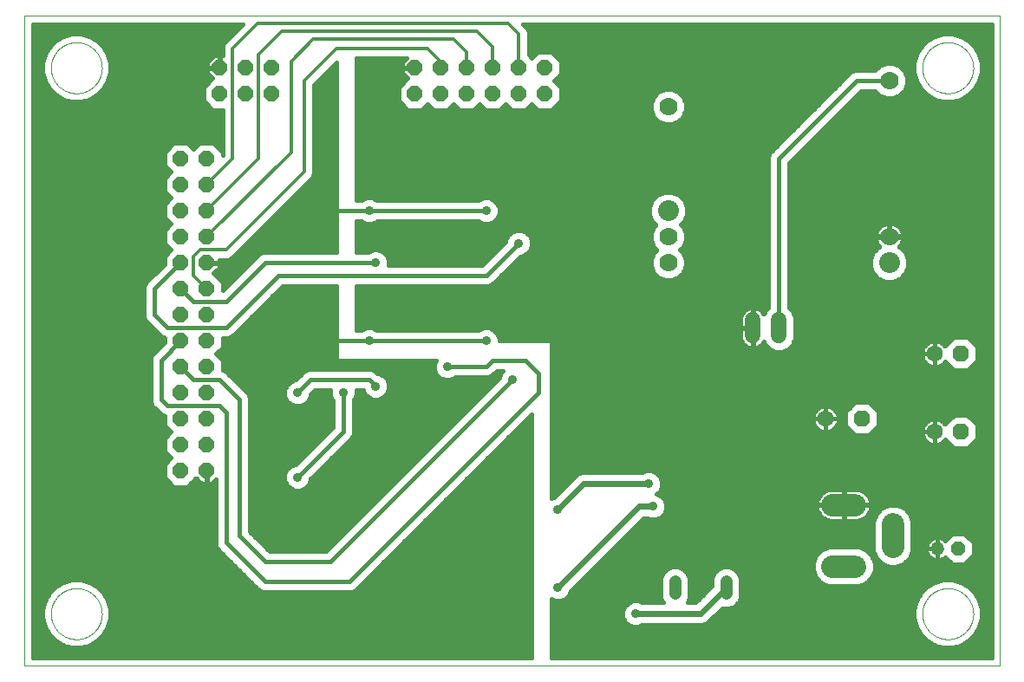
<source format=gbl>
G75*
%MOIN*%
%OFA0B0*%
%FSLAX25Y25*%
%IPPOS*%
%LPD*%
%AMOC8*
5,1,8,0,0,1.08239X$1,22.5*
%
%ADD10C,0.00000*%
%ADD11OC8,0.06300*%
%ADD12C,0.06300*%
%ADD13OC8,0.05200*%
%ADD14C,0.05200*%
%ADD15C,0.08600*%
%ADD16C,0.04756*%
%ADD17C,0.07000*%
%ADD18C,0.08000*%
%ADD19C,0.06000*%
%ADD20OC8,0.06000*%
%ADD21C,0.03562*%
%ADD22C,0.01600*%
%ADD23C,0.02400*%
%ADD24C,0.01200*%
D10*
X0011528Y0028933D02*
X0011528Y0278933D01*
X0386528Y0278933D01*
X0386528Y0028933D01*
X0011528Y0028933D01*
X0021728Y0048933D02*
X0021731Y0049174D01*
X0021740Y0049414D01*
X0021755Y0049654D01*
X0021775Y0049894D01*
X0021802Y0050133D01*
X0021834Y0050371D01*
X0021872Y0050608D01*
X0021916Y0050845D01*
X0021966Y0051080D01*
X0022022Y0051314D01*
X0022083Y0051547D01*
X0022150Y0051778D01*
X0022223Y0052007D01*
X0022301Y0052235D01*
X0022385Y0052460D01*
X0022474Y0052683D01*
X0022569Y0052904D01*
X0022669Y0053123D01*
X0022774Y0053339D01*
X0022885Y0053553D01*
X0023001Y0053763D01*
X0023122Y0053971D01*
X0023248Y0054176D01*
X0023380Y0054378D01*
X0023516Y0054576D01*
X0023657Y0054771D01*
X0023802Y0054962D01*
X0023952Y0055150D01*
X0024107Y0055334D01*
X0024267Y0055514D01*
X0024430Y0055690D01*
X0024598Y0055863D01*
X0024771Y0056031D01*
X0024947Y0056194D01*
X0025127Y0056354D01*
X0025311Y0056509D01*
X0025499Y0056659D01*
X0025690Y0056804D01*
X0025885Y0056945D01*
X0026083Y0057081D01*
X0026285Y0057213D01*
X0026490Y0057339D01*
X0026698Y0057460D01*
X0026908Y0057576D01*
X0027122Y0057687D01*
X0027338Y0057792D01*
X0027557Y0057892D01*
X0027778Y0057987D01*
X0028001Y0058076D01*
X0028226Y0058160D01*
X0028454Y0058238D01*
X0028683Y0058311D01*
X0028914Y0058378D01*
X0029147Y0058439D01*
X0029381Y0058495D01*
X0029616Y0058545D01*
X0029853Y0058589D01*
X0030090Y0058627D01*
X0030328Y0058659D01*
X0030567Y0058686D01*
X0030807Y0058706D01*
X0031047Y0058721D01*
X0031287Y0058730D01*
X0031528Y0058733D01*
X0031769Y0058730D01*
X0032009Y0058721D01*
X0032249Y0058706D01*
X0032489Y0058686D01*
X0032728Y0058659D01*
X0032966Y0058627D01*
X0033203Y0058589D01*
X0033440Y0058545D01*
X0033675Y0058495D01*
X0033909Y0058439D01*
X0034142Y0058378D01*
X0034373Y0058311D01*
X0034602Y0058238D01*
X0034830Y0058160D01*
X0035055Y0058076D01*
X0035278Y0057987D01*
X0035499Y0057892D01*
X0035718Y0057792D01*
X0035934Y0057687D01*
X0036148Y0057576D01*
X0036358Y0057460D01*
X0036566Y0057339D01*
X0036771Y0057213D01*
X0036973Y0057081D01*
X0037171Y0056945D01*
X0037366Y0056804D01*
X0037557Y0056659D01*
X0037745Y0056509D01*
X0037929Y0056354D01*
X0038109Y0056194D01*
X0038285Y0056031D01*
X0038458Y0055863D01*
X0038626Y0055690D01*
X0038789Y0055514D01*
X0038949Y0055334D01*
X0039104Y0055150D01*
X0039254Y0054962D01*
X0039399Y0054771D01*
X0039540Y0054576D01*
X0039676Y0054378D01*
X0039808Y0054176D01*
X0039934Y0053971D01*
X0040055Y0053763D01*
X0040171Y0053553D01*
X0040282Y0053339D01*
X0040387Y0053123D01*
X0040487Y0052904D01*
X0040582Y0052683D01*
X0040671Y0052460D01*
X0040755Y0052235D01*
X0040833Y0052007D01*
X0040906Y0051778D01*
X0040973Y0051547D01*
X0041034Y0051314D01*
X0041090Y0051080D01*
X0041140Y0050845D01*
X0041184Y0050608D01*
X0041222Y0050371D01*
X0041254Y0050133D01*
X0041281Y0049894D01*
X0041301Y0049654D01*
X0041316Y0049414D01*
X0041325Y0049174D01*
X0041328Y0048933D01*
X0041325Y0048692D01*
X0041316Y0048452D01*
X0041301Y0048212D01*
X0041281Y0047972D01*
X0041254Y0047733D01*
X0041222Y0047495D01*
X0041184Y0047258D01*
X0041140Y0047021D01*
X0041090Y0046786D01*
X0041034Y0046552D01*
X0040973Y0046319D01*
X0040906Y0046088D01*
X0040833Y0045859D01*
X0040755Y0045631D01*
X0040671Y0045406D01*
X0040582Y0045183D01*
X0040487Y0044962D01*
X0040387Y0044743D01*
X0040282Y0044527D01*
X0040171Y0044313D01*
X0040055Y0044103D01*
X0039934Y0043895D01*
X0039808Y0043690D01*
X0039676Y0043488D01*
X0039540Y0043290D01*
X0039399Y0043095D01*
X0039254Y0042904D01*
X0039104Y0042716D01*
X0038949Y0042532D01*
X0038789Y0042352D01*
X0038626Y0042176D01*
X0038458Y0042003D01*
X0038285Y0041835D01*
X0038109Y0041672D01*
X0037929Y0041512D01*
X0037745Y0041357D01*
X0037557Y0041207D01*
X0037366Y0041062D01*
X0037171Y0040921D01*
X0036973Y0040785D01*
X0036771Y0040653D01*
X0036566Y0040527D01*
X0036358Y0040406D01*
X0036148Y0040290D01*
X0035934Y0040179D01*
X0035718Y0040074D01*
X0035499Y0039974D01*
X0035278Y0039879D01*
X0035055Y0039790D01*
X0034830Y0039706D01*
X0034602Y0039628D01*
X0034373Y0039555D01*
X0034142Y0039488D01*
X0033909Y0039427D01*
X0033675Y0039371D01*
X0033440Y0039321D01*
X0033203Y0039277D01*
X0032966Y0039239D01*
X0032728Y0039207D01*
X0032489Y0039180D01*
X0032249Y0039160D01*
X0032009Y0039145D01*
X0031769Y0039136D01*
X0031528Y0039133D01*
X0031287Y0039136D01*
X0031047Y0039145D01*
X0030807Y0039160D01*
X0030567Y0039180D01*
X0030328Y0039207D01*
X0030090Y0039239D01*
X0029853Y0039277D01*
X0029616Y0039321D01*
X0029381Y0039371D01*
X0029147Y0039427D01*
X0028914Y0039488D01*
X0028683Y0039555D01*
X0028454Y0039628D01*
X0028226Y0039706D01*
X0028001Y0039790D01*
X0027778Y0039879D01*
X0027557Y0039974D01*
X0027338Y0040074D01*
X0027122Y0040179D01*
X0026908Y0040290D01*
X0026698Y0040406D01*
X0026490Y0040527D01*
X0026285Y0040653D01*
X0026083Y0040785D01*
X0025885Y0040921D01*
X0025690Y0041062D01*
X0025499Y0041207D01*
X0025311Y0041357D01*
X0025127Y0041512D01*
X0024947Y0041672D01*
X0024771Y0041835D01*
X0024598Y0042003D01*
X0024430Y0042176D01*
X0024267Y0042352D01*
X0024107Y0042532D01*
X0023952Y0042716D01*
X0023802Y0042904D01*
X0023657Y0043095D01*
X0023516Y0043290D01*
X0023380Y0043488D01*
X0023248Y0043690D01*
X0023122Y0043895D01*
X0023001Y0044103D01*
X0022885Y0044313D01*
X0022774Y0044527D01*
X0022669Y0044743D01*
X0022569Y0044962D01*
X0022474Y0045183D01*
X0022385Y0045406D01*
X0022301Y0045631D01*
X0022223Y0045859D01*
X0022150Y0046088D01*
X0022083Y0046319D01*
X0022022Y0046552D01*
X0021966Y0046786D01*
X0021916Y0047021D01*
X0021872Y0047258D01*
X0021834Y0047495D01*
X0021802Y0047733D01*
X0021775Y0047972D01*
X0021755Y0048212D01*
X0021740Y0048452D01*
X0021731Y0048692D01*
X0021728Y0048933D01*
X0021728Y0258933D02*
X0021731Y0259174D01*
X0021740Y0259414D01*
X0021755Y0259654D01*
X0021775Y0259894D01*
X0021802Y0260133D01*
X0021834Y0260371D01*
X0021872Y0260608D01*
X0021916Y0260845D01*
X0021966Y0261080D01*
X0022022Y0261314D01*
X0022083Y0261547D01*
X0022150Y0261778D01*
X0022223Y0262007D01*
X0022301Y0262235D01*
X0022385Y0262460D01*
X0022474Y0262683D01*
X0022569Y0262904D01*
X0022669Y0263123D01*
X0022774Y0263339D01*
X0022885Y0263553D01*
X0023001Y0263763D01*
X0023122Y0263971D01*
X0023248Y0264176D01*
X0023380Y0264378D01*
X0023516Y0264576D01*
X0023657Y0264771D01*
X0023802Y0264962D01*
X0023952Y0265150D01*
X0024107Y0265334D01*
X0024267Y0265514D01*
X0024430Y0265690D01*
X0024598Y0265863D01*
X0024771Y0266031D01*
X0024947Y0266194D01*
X0025127Y0266354D01*
X0025311Y0266509D01*
X0025499Y0266659D01*
X0025690Y0266804D01*
X0025885Y0266945D01*
X0026083Y0267081D01*
X0026285Y0267213D01*
X0026490Y0267339D01*
X0026698Y0267460D01*
X0026908Y0267576D01*
X0027122Y0267687D01*
X0027338Y0267792D01*
X0027557Y0267892D01*
X0027778Y0267987D01*
X0028001Y0268076D01*
X0028226Y0268160D01*
X0028454Y0268238D01*
X0028683Y0268311D01*
X0028914Y0268378D01*
X0029147Y0268439D01*
X0029381Y0268495D01*
X0029616Y0268545D01*
X0029853Y0268589D01*
X0030090Y0268627D01*
X0030328Y0268659D01*
X0030567Y0268686D01*
X0030807Y0268706D01*
X0031047Y0268721D01*
X0031287Y0268730D01*
X0031528Y0268733D01*
X0031769Y0268730D01*
X0032009Y0268721D01*
X0032249Y0268706D01*
X0032489Y0268686D01*
X0032728Y0268659D01*
X0032966Y0268627D01*
X0033203Y0268589D01*
X0033440Y0268545D01*
X0033675Y0268495D01*
X0033909Y0268439D01*
X0034142Y0268378D01*
X0034373Y0268311D01*
X0034602Y0268238D01*
X0034830Y0268160D01*
X0035055Y0268076D01*
X0035278Y0267987D01*
X0035499Y0267892D01*
X0035718Y0267792D01*
X0035934Y0267687D01*
X0036148Y0267576D01*
X0036358Y0267460D01*
X0036566Y0267339D01*
X0036771Y0267213D01*
X0036973Y0267081D01*
X0037171Y0266945D01*
X0037366Y0266804D01*
X0037557Y0266659D01*
X0037745Y0266509D01*
X0037929Y0266354D01*
X0038109Y0266194D01*
X0038285Y0266031D01*
X0038458Y0265863D01*
X0038626Y0265690D01*
X0038789Y0265514D01*
X0038949Y0265334D01*
X0039104Y0265150D01*
X0039254Y0264962D01*
X0039399Y0264771D01*
X0039540Y0264576D01*
X0039676Y0264378D01*
X0039808Y0264176D01*
X0039934Y0263971D01*
X0040055Y0263763D01*
X0040171Y0263553D01*
X0040282Y0263339D01*
X0040387Y0263123D01*
X0040487Y0262904D01*
X0040582Y0262683D01*
X0040671Y0262460D01*
X0040755Y0262235D01*
X0040833Y0262007D01*
X0040906Y0261778D01*
X0040973Y0261547D01*
X0041034Y0261314D01*
X0041090Y0261080D01*
X0041140Y0260845D01*
X0041184Y0260608D01*
X0041222Y0260371D01*
X0041254Y0260133D01*
X0041281Y0259894D01*
X0041301Y0259654D01*
X0041316Y0259414D01*
X0041325Y0259174D01*
X0041328Y0258933D01*
X0041325Y0258692D01*
X0041316Y0258452D01*
X0041301Y0258212D01*
X0041281Y0257972D01*
X0041254Y0257733D01*
X0041222Y0257495D01*
X0041184Y0257258D01*
X0041140Y0257021D01*
X0041090Y0256786D01*
X0041034Y0256552D01*
X0040973Y0256319D01*
X0040906Y0256088D01*
X0040833Y0255859D01*
X0040755Y0255631D01*
X0040671Y0255406D01*
X0040582Y0255183D01*
X0040487Y0254962D01*
X0040387Y0254743D01*
X0040282Y0254527D01*
X0040171Y0254313D01*
X0040055Y0254103D01*
X0039934Y0253895D01*
X0039808Y0253690D01*
X0039676Y0253488D01*
X0039540Y0253290D01*
X0039399Y0253095D01*
X0039254Y0252904D01*
X0039104Y0252716D01*
X0038949Y0252532D01*
X0038789Y0252352D01*
X0038626Y0252176D01*
X0038458Y0252003D01*
X0038285Y0251835D01*
X0038109Y0251672D01*
X0037929Y0251512D01*
X0037745Y0251357D01*
X0037557Y0251207D01*
X0037366Y0251062D01*
X0037171Y0250921D01*
X0036973Y0250785D01*
X0036771Y0250653D01*
X0036566Y0250527D01*
X0036358Y0250406D01*
X0036148Y0250290D01*
X0035934Y0250179D01*
X0035718Y0250074D01*
X0035499Y0249974D01*
X0035278Y0249879D01*
X0035055Y0249790D01*
X0034830Y0249706D01*
X0034602Y0249628D01*
X0034373Y0249555D01*
X0034142Y0249488D01*
X0033909Y0249427D01*
X0033675Y0249371D01*
X0033440Y0249321D01*
X0033203Y0249277D01*
X0032966Y0249239D01*
X0032728Y0249207D01*
X0032489Y0249180D01*
X0032249Y0249160D01*
X0032009Y0249145D01*
X0031769Y0249136D01*
X0031528Y0249133D01*
X0031287Y0249136D01*
X0031047Y0249145D01*
X0030807Y0249160D01*
X0030567Y0249180D01*
X0030328Y0249207D01*
X0030090Y0249239D01*
X0029853Y0249277D01*
X0029616Y0249321D01*
X0029381Y0249371D01*
X0029147Y0249427D01*
X0028914Y0249488D01*
X0028683Y0249555D01*
X0028454Y0249628D01*
X0028226Y0249706D01*
X0028001Y0249790D01*
X0027778Y0249879D01*
X0027557Y0249974D01*
X0027338Y0250074D01*
X0027122Y0250179D01*
X0026908Y0250290D01*
X0026698Y0250406D01*
X0026490Y0250527D01*
X0026285Y0250653D01*
X0026083Y0250785D01*
X0025885Y0250921D01*
X0025690Y0251062D01*
X0025499Y0251207D01*
X0025311Y0251357D01*
X0025127Y0251512D01*
X0024947Y0251672D01*
X0024771Y0251835D01*
X0024598Y0252003D01*
X0024430Y0252176D01*
X0024267Y0252352D01*
X0024107Y0252532D01*
X0023952Y0252716D01*
X0023802Y0252904D01*
X0023657Y0253095D01*
X0023516Y0253290D01*
X0023380Y0253488D01*
X0023248Y0253690D01*
X0023122Y0253895D01*
X0023001Y0254103D01*
X0022885Y0254313D01*
X0022774Y0254527D01*
X0022669Y0254743D01*
X0022569Y0254962D01*
X0022474Y0255183D01*
X0022385Y0255406D01*
X0022301Y0255631D01*
X0022223Y0255859D01*
X0022150Y0256088D01*
X0022083Y0256319D01*
X0022022Y0256552D01*
X0021966Y0256786D01*
X0021916Y0257021D01*
X0021872Y0257258D01*
X0021834Y0257495D01*
X0021802Y0257733D01*
X0021775Y0257972D01*
X0021755Y0258212D01*
X0021740Y0258452D01*
X0021731Y0258692D01*
X0021728Y0258933D01*
X0356728Y0258933D02*
X0356731Y0259174D01*
X0356740Y0259414D01*
X0356755Y0259654D01*
X0356775Y0259894D01*
X0356802Y0260133D01*
X0356834Y0260371D01*
X0356872Y0260608D01*
X0356916Y0260845D01*
X0356966Y0261080D01*
X0357022Y0261314D01*
X0357083Y0261547D01*
X0357150Y0261778D01*
X0357223Y0262007D01*
X0357301Y0262235D01*
X0357385Y0262460D01*
X0357474Y0262683D01*
X0357569Y0262904D01*
X0357669Y0263123D01*
X0357774Y0263339D01*
X0357885Y0263553D01*
X0358001Y0263763D01*
X0358122Y0263971D01*
X0358248Y0264176D01*
X0358380Y0264378D01*
X0358516Y0264576D01*
X0358657Y0264771D01*
X0358802Y0264962D01*
X0358952Y0265150D01*
X0359107Y0265334D01*
X0359267Y0265514D01*
X0359430Y0265690D01*
X0359598Y0265863D01*
X0359771Y0266031D01*
X0359947Y0266194D01*
X0360127Y0266354D01*
X0360311Y0266509D01*
X0360499Y0266659D01*
X0360690Y0266804D01*
X0360885Y0266945D01*
X0361083Y0267081D01*
X0361285Y0267213D01*
X0361490Y0267339D01*
X0361698Y0267460D01*
X0361908Y0267576D01*
X0362122Y0267687D01*
X0362338Y0267792D01*
X0362557Y0267892D01*
X0362778Y0267987D01*
X0363001Y0268076D01*
X0363226Y0268160D01*
X0363454Y0268238D01*
X0363683Y0268311D01*
X0363914Y0268378D01*
X0364147Y0268439D01*
X0364381Y0268495D01*
X0364616Y0268545D01*
X0364853Y0268589D01*
X0365090Y0268627D01*
X0365328Y0268659D01*
X0365567Y0268686D01*
X0365807Y0268706D01*
X0366047Y0268721D01*
X0366287Y0268730D01*
X0366528Y0268733D01*
X0366769Y0268730D01*
X0367009Y0268721D01*
X0367249Y0268706D01*
X0367489Y0268686D01*
X0367728Y0268659D01*
X0367966Y0268627D01*
X0368203Y0268589D01*
X0368440Y0268545D01*
X0368675Y0268495D01*
X0368909Y0268439D01*
X0369142Y0268378D01*
X0369373Y0268311D01*
X0369602Y0268238D01*
X0369830Y0268160D01*
X0370055Y0268076D01*
X0370278Y0267987D01*
X0370499Y0267892D01*
X0370718Y0267792D01*
X0370934Y0267687D01*
X0371148Y0267576D01*
X0371358Y0267460D01*
X0371566Y0267339D01*
X0371771Y0267213D01*
X0371973Y0267081D01*
X0372171Y0266945D01*
X0372366Y0266804D01*
X0372557Y0266659D01*
X0372745Y0266509D01*
X0372929Y0266354D01*
X0373109Y0266194D01*
X0373285Y0266031D01*
X0373458Y0265863D01*
X0373626Y0265690D01*
X0373789Y0265514D01*
X0373949Y0265334D01*
X0374104Y0265150D01*
X0374254Y0264962D01*
X0374399Y0264771D01*
X0374540Y0264576D01*
X0374676Y0264378D01*
X0374808Y0264176D01*
X0374934Y0263971D01*
X0375055Y0263763D01*
X0375171Y0263553D01*
X0375282Y0263339D01*
X0375387Y0263123D01*
X0375487Y0262904D01*
X0375582Y0262683D01*
X0375671Y0262460D01*
X0375755Y0262235D01*
X0375833Y0262007D01*
X0375906Y0261778D01*
X0375973Y0261547D01*
X0376034Y0261314D01*
X0376090Y0261080D01*
X0376140Y0260845D01*
X0376184Y0260608D01*
X0376222Y0260371D01*
X0376254Y0260133D01*
X0376281Y0259894D01*
X0376301Y0259654D01*
X0376316Y0259414D01*
X0376325Y0259174D01*
X0376328Y0258933D01*
X0376325Y0258692D01*
X0376316Y0258452D01*
X0376301Y0258212D01*
X0376281Y0257972D01*
X0376254Y0257733D01*
X0376222Y0257495D01*
X0376184Y0257258D01*
X0376140Y0257021D01*
X0376090Y0256786D01*
X0376034Y0256552D01*
X0375973Y0256319D01*
X0375906Y0256088D01*
X0375833Y0255859D01*
X0375755Y0255631D01*
X0375671Y0255406D01*
X0375582Y0255183D01*
X0375487Y0254962D01*
X0375387Y0254743D01*
X0375282Y0254527D01*
X0375171Y0254313D01*
X0375055Y0254103D01*
X0374934Y0253895D01*
X0374808Y0253690D01*
X0374676Y0253488D01*
X0374540Y0253290D01*
X0374399Y0253095D01*
X0374254Y0252904D01*
X0374104Y0252716D01*
X0373949Y0252532D01*
X0373789Y0252352D01*
X0373626Y0252176D01*
X0373458Y0252003D01*
X0373285Y0251835D01*
X0373109Y0251672D01*
X0372929Y0251512D01*
X0372745Y0251357D01*
X0372557Y0251207D01*
X0372366Y0251062D01*
X0372171Y0250921D01*
X0371973Y0250785D01*
X0371771Y0250653D01*
X0371566Y0250527D01*
X0371358Y0250406D01*
X0371148Y0250290D01*
X0370934Y0250179D01*
X0370718Y0250074D01*
X0370499Y0249974D01*
X0370278Y0249879D01*
X0370055Y0249790D01*
X0369830Y0249706D01*
X0369602Y0249628D01*
X0369373Y0249555D01*
X0369142Y0249488D01*
X0368909Y0249427D01*
X0368675Y0249371D01*
X0368440Y0249321D01*
X0368203Y0249277D01*
X0367966Y0249239D01*
X0367728Y0249207D01*
X0367489Y0249180D01*
X0367249Y0249160D01*
X0367009Y0249145D01*
X0366769Y0249136D01*
X0366528Y0249133D01*
X0366287Y0249136D01*
X0366047Y0249145D01*
X0365807Y0249160D01*
X0365567Y0249180D01*
X0365328Y0249207D01*
X0365090Y0249239D01*
X0364853Y0249277D01*
X0364616Y0249321D01*
X0364381Y0249371D01*
X0364147Y0249427D01*
X0363914Y0249488D01*
X0363683Y0249555D01*
X0363454Y0249628D01*
X0363226Y0249706D01*
X0363001Y0249790D01*
X0362778Y0249879D01*
X0362557Y0249974D01*
X0362338Y0250074D01*
X0362122Y0250179D01*
X0361908Y0250290D01*
X0361698Y0250406D01*
X0361490Y0250527D01*
X0361285Y0250653D01*
X0361083Y0250785D01*
X0360885Y0250921D01*
X0360690Y0251062D01*
X0360499Y0251207D01*
X0360311Y0251357D01*
X0360127Y0251512D01*
X0359947Y0251672D01*
X0359771Y0251835D01*
X0359598Y0252003D01*
X0359430Y0252176D01*
X0359267Y0252352D01*
X0359107Y0252532D01*
X0358952Y0252716D01*
X0358802Y0252904D01*
X0358657Y0253095D01*
X0358516Y0253290D01*
X0358380Y0253488D01*
X0358248Y0253690D01*
X0358122Y0253895D01*
X0358001Y0254103D01*
X0357885Y0254313D01*
X0357774Y0254527D01*
X0357669Y0254743D01*
X0357569Y0254962D01*
X0357474Y0255183D01*
X0357385Y0255406D01*
X0357301Y0255631D01*
X0357223Y0255859D01*
X0357150Y0256088D01*
X0357083Y0256319D01*
X0357022Y0256552D01*
X0356966Y0256786D01*
X0356916Y0257021D01*
X0356872Y0257258D01*
X0356834Y0257495D01*
X0356802Y0257733D01*
X0356775Y0257972D01*
X0356755Y0258212D01*
X0356740Y0258452D01*
X0356731Y0258692D01*
X0356728Y0258933D01*
X0356728Y0048933D02*
X0356731Y0049174D01*
X0356740Y0049414D01*
X0356755Y0049654D01*
X0356775Y0049894D01*
X0356802Y0050133D01*
X0356834Y0050371D01*
X0356872Y0050608D01*
X0356916Y0050845D01*
X0356966Y0051080D01*
X0357022Y0051314D01*
X0357083Y0051547D01*
X0357150Y0051778D01*
X0357223Y0052007D01*
X0357301Y0052235D01*
X0357385Y0052460D01*
X0357474Y0052683D01*
X0357569Y0052904D01*
X0357669Y0053123D01*
X0357774Y0053339D01*
X0357885Y0053553D01*
X0358001Y0053763D01*
X0358122Y0053971D01*
X0358248Y0054176D01*
X0358380Y0054378D01*
X0358516Y0054576D01*
X0358657Y0054771D01*
X0358802Y0054962D01*
X0358952Y0055150D01*
X0359107Y0055334D01*
X0359267Y0055514D01*
X0359430Y0055690D01*
X0359598Y0055863D01*
X0359771Y0056031D01*
X0359947Y0056194D01*
X0360127Y0056354D01*
X0360311Y0056509D01*
X0360499Y0056659D01*
X0360690Y0056804D01*
X0360885Y0056945D01*
X0361083Y0057081D01*
X0361285Y0057213D01*
X0361490Y0057339D01*
X0361698Y0057460D01*
X0361908Y0057576D01*
X0362122Y0057687D01*
X0362338Y0057792D01*
X0362557Y0057892D01*
X0362778Y0057987D01*
X0363001Y0058076D01*
X0363226Y0058160D01*
X0363454Y0058238D01*
X0363683Y0058311D01*
X0363914Y0058378D01*
X0364147Y0058439D01*
X0364381Y0058495D01*
X0364616Y0058545D01*
X0364853Y0058589D01*
X0365090Y0058627D01*
X0365328Y0058659D01*
X0365567Y0058686D01*
X0365807Y0058706D01*
X0366047Y0058721D01*
X0366287Y0058730D01*
X0366528Y0058733D01*
X0366769Y0058730D01*
X0367009Y0058721D01*
X0367249Y0058706D01*
X0367489Y0058686D01*
X0367728Y0058659D01*
X0367966Y0058627D01*
X0368203Y0058589D01*
X0368440Y0058545D01*
X0368675Y0058495D01*
X0368909Y0058439D01*
X0369142Y0058378D01*
X0369373Y0058311D01*
X0369602Y0058238D01*
X0369830Y0058160D01*
X0370055Y0058076D01*
X0370278Y0057987D01*
X0370499Y0057892D01*
X0370718Y0057792D01*
X0370934Y0057687D01*
X0371148Y0057576D01*
X0371358Y0057460D01*
X0371566Y0057339D01*
X0371771Y0057213D01*
X0371973Y0057081D01*
X0372171Y0056945D01*
X0372366Y0056804D01*
X0372557Y0056659D01*
X0372745Y0056509D01*
X0372929Y0056354D01*
X0373109Y0056194D01*
X0373285Y0056031D01*
X0373458Y0055863D01*
X0373626Y0055690D01*
X0373789Y0055514D01*
X0373949Y0055334D01*
X0374104Y0055150D01*
X0374254Y0054962D01*
X0374399Y0054771D01*
X0374540Y0054576D01*
X0374676Y0054378D01*
X0374808Y0054176D01*
X0374934Y0053971D01*
X0375055Y0053763D01*
X0375171Y0053553D01*
X0375282Y0053339D01*
X0375387Y0053123D01*
X0375487Y0052904D01*
X0375582Y0052683D01*
X0375671Y0052460D01*
X0375755Y0052235D01*
X0375833Y0052007D01*
X0375906Y0051778D01*
X0375973Y0051547D01*
X0376034Y0051314D01*
X0376090Y0051080D01*
X0376140Y0050845D01*
X0376184Y0050608D01*
X0376222Y0050371D01*
X0376254Y0050133D01*
X0376281Y0049894D01*
X0376301Y0049654D01*
X0376316Y0049414D01*
X0376325Y0049174D01*
X0376328Y0048933D01*
X0376325Y0048692D01*
X0376316Y0048452D01*
X0376301Y0048212D01*
X0376281Y0047972D01*
X0376254Y0047733D01*
X0376222Y0047495D01*
X0376184Y0047258D01*
X0376140Y0047021D01*
X0376090Y0046786D01*
X0376034Y0046552D01*
X0375973Y0046319D01*
X0375906Y0046088D01*
X0375833Y0045859D01*
X0375755Y0045631D01*
X0375671Y0045406D01*
X0375582Y0045183D01*
X0375487Y0044962D01*
X0375387Y0044743D01*
X0375282Y0044527D01*
X0375171Y0044313D01*
X0375055Y0044103D01*
X0374934Y0043895D01*
X0374808Y0043690D01*
X0374676Y0043488D01*
X0374540Y0043290D01*
X0374399Y0043095D01*
X0374254Y0042904D01*
X0374104Y0042716D01*
X0373949Y0042532D01*
X0373789Y0042352D01*
X0373626Y0042176D01*
X0373458Y0042003D01*
X0373285Y0041835D01*
X0373109Y0041672D01*
X0372929Y0041512D01*
X0372745Y0041357D01*
X0372557Y0041207D01*
X0372366Y0041062D01*
X0372171Y0040921D01*
X0371973Y0040785D01*
X0371771Y0040653D01*
X0371566Y0040527D01*
X0371358Y0040406D01*
X0371148Y0040290D01*
X0370934Y0040179D01*
X0370718Y0040074D01*
X0370499Y0039974D01*
X0370278Y0039879D01*
X0370055Y0039790D01*
X0369830Y0039706D01*
X0369602Y0039628D01*
X0369373Y0039555D01*
X0369142Y0039488D01*
X0368909Y0039427D01*
X0368675Y0039371D01*
X0368440Y0039321D01*
X0368203Y0039277D01*
X0367966Y0039239D01*
X0367728Y0039207D01*
X0367489Y0039180D01*
X0367249Y0039160D01*
X0367009Y0039145D01*
X0366769Y0039136D01*
X0366528Y0039133D01*
X0366287Y0039136D01*
X0366047Y0039145D01*
X0365807Y0039160D01*
X0365567Y0039180D01*
X0365328Y0039207D01*
X0365090Y0039239D01*
X0364853Y0039277D01*
X0364616Y0039321D01*
X0364381Y0039371D01*
X0364147Y0039427D01*
X0363914Y0039488D01*
X0363683Y0039555D01*
X0363454Y0039628D01*
X0363226Y0039706D01*
X0363001Y0039790D01*
X0362778Y0039879D01*
X0362557Y0039974D01*
X0362338Y0040074D01*
X0362122Y0040179D01*
X0361908Y0040290D01*
X0361698Y0040406D01*
X0361490Y0040527D01*
X0361285Y0040653D01*
X0361083Y0040785D01*
X0360885Y0040921D01*
X0360690Y0041062D01*
X0360499Y0041207D01*
X0360311Y0041357D01*
X0360127Y0041512D01*
X0359947Y0041672D01*
X0359771Y0041835D01*
X0359598Y0042003D01*
X0359430Y0042176D01*
X0359267Y0042352D01*
X0359107Y0042532D01*
X0358952Y0042716D01*
X0358802Y0042904D01*
X0358657Y0043095D01*
X0358516Y0043290D01*
X0358380Y0043488D01*
X0358248Y0043690D01*
X0358122Y0043895D01*
X0358001Y0044103D01*
X0357885Y0044313D01*
X0357774Y0044527D01*
X0357669Y0044743D01*
X0357569Y0044962D01*
X0357474Y0045183D01*
X0357385Y0045406D01*
X0357301Y0045631D01*
X0357223Y0045859D01*
X0357150Y0046088D01*
X0357083Y0046319D01*
X0357022Y0046552D01*
X0356966Y0046786D01*
X0356916Y0047021D01*
X0356872Y0047258D01*
X0356834Y0047495D01*
X0356802Y0047733D01*
X0356775Y0047972D01*
X0356755Y0048212D01*
X0356740Y0048452D01*
X0356731Y0048692D01*
X0356728Y0048933D01*
D11*
X0371528Y0118933D03*
X0333528Y0123933D03*
X0371528Y0148933D03*
D12*
X0361528Y0148933D03*
X0319528Y0123933D03*
X0361528Y0118933D03*
D13*
X0370528Y0073933D03*
D14*
X0362528Y0073933D03*
D15*
X0345426Y0074633D02*
X0345426Y0083233D01*
X0330828Y0090744D02*
X0322228Y0090744D01*
X0322228Y0067122D02*
X0330828Y0067122D01*
D16*
X0281371Y0061311D02*
X0281371Y0056555D01*
X0261686Y0056555D02*
X0261686Y0061311D01*
D17*
X0259028Y0183933D03*
X0259028Y0193933D03*
X0259028Y0243933D03*
X0344028Y0253933D03*
X0344028Y0193933D03*
D18*
X0344028Y0183933D03*
X0259028Y0203933D03*
D19*
X0291528Y0161933D02*
X0291528Y0155933D01*
X0301528Y0155933D02*
X0301528Y0161933D01*
D20*
X0211528Y0248933D03*
X0201528Y0248933D03*
X0191528Y0248933D03*
X0181528Y0248933D03*
X0171528Y0248933D03*
X0161528Y0248933D03*
X0161528Y0258933D03*
X0171528Y0258933D03*
X0181528Y0258933D03*
X0191528Y0258933D03*
X0201528Y0258933D03*
X0211528Y0258933D03*
X0106528Y0258933D03*
X0096528Y0258933D03*
X0086528Y0258933D03*
X0086528Y0248933D03*
X0096528Y0248933D03*
X0106528Y0248933D03*
X0081528Y0223933D03*
X0071528Y0223933D03*
X0071528Y0213933D03*
X0081528Y0213933D03*
X0081528Y0203933D03*
X0071528Y0203933D03*
X0071528Y0193933D03*
X0081528Y0193933D03*
X0081528Y0183933D03*
X0071528Y0183933D03*
X0071528Y0173933D03*
X0081528Y0173933D03*
X0081528Y0163933D03*
X0071528Y0163933D03*
X0071528Y0153933D03*
X0081528Y0153933D03*
X0081528Y0143933D03*
X0071528Y0143933D03*
X0071528Y0133933D03*
X0081528Y0133933D03*
X0081528Y0123933D03*
X0071528Y0123933D03*
X0071528Y0113933D03*
X0081528Y0113933D03*
X0081528Y0103933D03*
X0071528Y0103933D03*
D21*
X0101528Y0113933D03*
X0116528Y0101433D03*
X0122528Y0125933D03*
X0116528Y0133933D03*
X0134028Y0133933D03*
X0146528Y0136433D03*
X0159028Y0136433D03*
X0174028Y0143933D03*
X0189028Y0153933D03*
X0199028Y0138933D03*
X0216528Y0173933D03*
X0201528Y0191433D03*
X0189028Y0203933D03*
X0171528Y0223933D03*
X0144028Y0203933D03*
X0146528Y0183933D03*
X0171528Y0173933D03*
X0144028Y0153933D03*
X0114028Y0153933D03*
X0112128Y0195133D03*
X0026528Y0213933D03*
X0026528Y0123933D03*
X0216528Y0088933D03*
X0246528Y0068933D03*
X0246528Y0048933D03*
X0216528Y0058933D03*
X0253278Y0090183D03*
X0251528Y0098933D03*
X0216528Y0223933D03*
D22*
X0193251Y0206755D02*
X0191850Y0208156D01*
X0190019Y0208914D01*
X0188038Y0208914D01*
X0186207Y0208156D01*
X0185984Y0207933D01*
X0147073Y0207933D01*
X0146850Y0208156D01*
X0145019Y0208914D01*
X0143038Y0208914D01*
X0141207Y0208156D01*
X0140984Y0207933D01*
X0139028Y0207933D01*
X0139028Y0262633D01*
X0158440Y0262633D01*
X0156728Y0260921D01*
X0156728Y0259133D01*
X0161328Y0259133D01*
X0161328Y0258733D01*
X0156728Y0258733D01*
X0156728Y0256945D01*
X0158750Y0254923D01*
X0155328Y0251501D01*
X0155328Y0246365D01*
X0158960Y0242733D01*
X0164096Y0242733D01*
X0166528Y0245165D01*
X0168960Y0242733D01*
X0174096Y0242733D01*
X0176528Y0245165D01*
X0178960Y0242733D01*
X0184096Y0242733D01*
X0186528Y0245165D01*
X0188960Y0242733D01*
X0194096Y0242733D01*
X0196528Y0245165D01*
X0198960Y0242733D01*
X0204096Y0242733D01*
X0206528Y0245165D01*
X0208960Y0242733D01*
X0214096Y0242733D01*
X0217728Y0246365D01*
X0217728Y0251501D01*
X0215296Y0253933D01*
X0217728Y0256365D01*
X0217728Y0261501D01*
X0214096Y0265133D01*
X0208960Y0265133D01*
X0206528Y0262701D01*
X0205328Y0263901D01*
X0205328Y0272689D01*
X0204750Y0274086D01*
X0203102Y0275733D01*
X0383328Y0275733D01*
X0383328Y0032133D01*
X0214028Y0032133D01*
X0214028Y0054577D01*
X0215538Y0053952D01*
X0217519Y0053952D01*
X0219350Y0054710D01*
X0220751Y0056112D01*
X0221332Y0057514D01*
X0249601Y0085783D01*
X0250885Y0085783D01*
X0252288Y0085202D01*
X0254269Y0085202D01*
X0256100Y0085960D01*
X0257501Y0087362D01*
X0258259Y0089192D01*
X0258259Y0091174D01*
X0257501Y0093005D01*
X0256100Y0094406D01*
X0254647Y0095008D01*
X0255751Y0096112D01*
X0256509Y0097942D01*
X0256509Y0099924D01*
X0255751Y0101755D01*
X0254350Y0103156D01*
X0252519Y0103914D01*
X0250538Y0103914D01*
X0249135Y0103333D01*
X0225653Y0103333D01*
X0224036Y0102663D01*
X0215110Y0093737D01*
X0214028Y0093289D01*
X0214028Y0153933D01*
X0194009Y0153933D01*
X0194009Y0154924D01*
X0193251Y0156755D01*
X0191850Y0158156D01*
X0190019Y0158914D01*
X0188038Y0158914D01*
X0186207Y0158156D01*
X0185984Y0157933D01*
X0147073Y0157933D01*
X0146850Y0158156D01*
X0145019Y0158914D01*
X0143038Y0158914D01*
X0141207Y0158156D01*
X0140984Y0157933D01*
X0139028Y0157933D01*
X0139028Y0174933D01*
X0189824Y0174933D01*
X0191294Y0175542D01*
X0192419Y0176667D01*
X0192419Y0176667D01*
X0202204Y0186452D01*
X0202519Y0186452D01*
X0204350Y0187210D01*
X0205751Y0188612D01*
X0206509Y0190442D01*
X0206509Y0192424D01*
X0205751Y0194255D01*
X0204350Y0195656D01*
X0202519Y0196414D01*
X0200538Y0196414D01*
X0198707Y0195656D01*
X0197306Y0194255D01*
X0196547Y0192424D01*
X0196547Y0192109D01*
X0187371Y0182933D01*
X0151506Y0182933D01*
X0151509Y0182942D01*
X0151509Y0184924D01*
X0150751Y0186755D01*
X0149350Y0188156D01*
X0147519Y0188914D01*
X0145538Y0188914D01*
X0143707Y0188156D01*
X0143484Y0187933D01*
X0139028Y0187933D01*
X0139028Y0199933D01*
X0140984Y0199933D01*
X0141207Y0199710D01*
X0143038Y0198952D01*
X0145019Y0198952D01*
X0146850Y0199710D01*
X0147073Y0199933D01*
X0185984Y0199933D01*
X0186207Y0199710D01*
X0188038Y0198952D01*
X0190019Y0198952D01*
X0191850Y0199710D01*
X0193251Y0201112D01*
X0194009Y0202942D01*
X0194009Y0204924D01*
X0193251Y0206755D01*
X0193411Y0206368D02*
X0252244Y0206368D01*
X0251828Y0205365D02*
X0251828Y0202501D01*
X0252924Y0199855D01*
X0254200Y0198580D01*
X0253348Y0197728D01*
X0252328Y0195266D01*
X0252328Y0192600D01*
X0253348Y0190138D01*
X0254553Y0188933D01*
X0253348Y0187728D01*
X0252328Y0185266D01*
X0252328Y0182600D01*
X0253348Y0180138D01*
X0255233Y0178253D01*
X0257696Y0177233D01*
X0260361Y0177233D01*
X0262824Y0178253D01*
X0264708Y0180138D01*
X0265728Y0182600D01*
X0265728Y0185266D01*
X0264708Y0187728D01*
X0263504Y0188933D01*
X0264708Y0190138D01*
X0265728Y0192600D01*
X0265728Y0195266D01*
X0264708Y0197728D01*
X0263857Y0198580D01*
X0265132Y0199855D01*
X0266228Y0202501D01*
X0266228Y0205365D01*
X0265132Y0208012D01*
X0263107Y0210037D01*
X0260461Y0211133D01*
X0257596Y0211133D01*
X0254950Y0210037D01*
X0252924Y0208012D01*
X0251828Y0205365D01*
X0251828Y0204769D02*
X0194009Y0204769D01*
X0194009Y0203171D02*
X0251828Y0203171D01*
X0252213Y0201572D02*
X0193442Y0201572D01*
X0192113Y0199974D02*
X0252875Y0199974D01*
X0253995Y0198375D02*
X0139028Y0198375D01*
X0139028Y0196777D02*
X0252954Y0196777D01*
X0252328Y0195178D02*
X0204827Y0195178D01*
X0206031Y0193580D02*
X0252328Y0193580D01*
X0252585Y0191981D02*
X0206509Y0191981D01*
X0206485Y0190383D02*
X0253247Y0190383D01*
X0254404Y0188784D02*
X0205823Y0188784D01*
X0204290Y0187186D02*
X0253124Y0187186D01*
X0252461Y0185587D02*
X0201339Y0185587D01*
X0199741Y0183989D02*
X0252328Y0183989D01*
X0252415Y0182390D02*
X0198142Y0182390D01*
X0196544Y0180792D02*
X0253078Y0180792D01*
X0254293Y0179193D02*
X0194945Y0179193D01*
X0193347Y0177595D02*
X0256823Y0177595D01*
X0261234Y0177595D02*
X0297528Y0177595D01*
X0297528Y0179193D02*
X0263764Y0179193D01*
X0264979Y0180792D02*
X0297528Y0180792D01*
X0297528Y0182390D02*
X0265641Y0182390D01*
X0265728Y0183989D02*
X0297528Y0183989D01*
X0297528Y0185587D02*
X0265595Y0185587D01*
X0264933Y0187186D02*
X0297528Y0187186D01*
X0297528Y0188784D02*
X0263652Y0188784D01*
X0264810Y0190383D02*
X0297528Y0190383D01*
X0297528Y0191981D02*
X0265472Y0191981D01*
X0265728Y0193580D02*
X0297528Y0193580D01*
X0297528Y0195178D02*
X0265728Y0195178D01*
X0265102Y0196777D02*
X0297528Y0196777D01*
X0297528Y0198375D02*
X0264061Y0198375D01*
X0265182Y0199974D02*
X0297528Y0199974D01*
X0297528Y0201572D02*
X0265844Y0201572D01*
X0266228Y0203171D02*
X0297528Y0203171D01*
X0297528Y0204769D02*
X0266228Y0204769D01*
X0265813Y0206368D02*
X0297528Y0206368D01*
X0297528Y0207966D02*
X0265151Y0207966D01*
X0263579Y0209565D02*
X0297528Y0209565D01*
X0297528Y0211163D02*
X0139028Y0211163D01*
X0139028Y0209565D02*
X0254478Y0209565D01*
X0252906Y0207966D02*
X0192039Y0207966D01*
X0186017Y0207966D02*
X0147039Y0207966D01*
X0141017Y0207966D02*
X0139028Y0207966D01*
X0139028Y0212762D02*
X0297528Y0212762D01*
X0297528Y0214360D02*
X0139028Y0214360D01*
X0139028Y0215959D02*
X0297528Y0215959D01*
X0297528Y0217557D02*
X0139028Y0217557D01*
X0139028Y0219156D02*
X0297528Y0219156D01*
X0297528Y0220754D02*
X0139028Y0220754D01*
X0139028Y0222353D02*
X0297528Y0222353D01*
X0297528Y0223951D02*
X0139028Y0223951D01*
X0139028Y0225550D02*
X0297869Y0225550D01*
X0298137Y0226199D02*
X0297528Y0224729D01*
X0297528Y0166701D01*
X0296272Y0165445D01*
X0295758Y0164204D01*
X0295634Y0164449D01*
X0295190Y0165060D01*
X0294655Y0165594D01*
X0294044Y0166038D01*
X0293371Y0166381D01*
X0292652Y0166615D01*
X0291906Y0166733D01*
X0291728Y0166733D01*
X0291728Y0159133D01*
X0291328Y0159133D01*
X0291328Y0158733D01*
X0286728Y0158733D01*
X0286728Y0155555D01*
X0286847Y0154809D01*
X0287080Y0154091D01*
X0287423Y0153417D01*
X0287867Y0152806D01*
X0288401Y0152272D01*
X0289013Y0151828D01*
X0289686Y0151485D01*
X0290404Y0151251D01*
X0291151Y0151133D01*
X0291328Y0151133D01*
X0291328Y0158733D01*
X0291728Y0158733D01*
X0291728Y0151133D01*
X0291906Y0151133D01*
X0292652Y0151251D01*
X0293371Y0151485D01*
X0294044Y0151828D01*
X0294655Y0152272D01*
X0295190Y0152806D01*
X0295634Y0153417D01*
X0295758Y0153662D01*
X0296272Y0152421D01*
X0298016Y0150677D01*
X0300295Y0149733D01*
X0302762Y0149733D01*
X0305040Y0150677D01*
X0306784Y0152421D01*
X0307728Y0154700D01*
X0307728Y0163166D01*
X0306784Y0165445D01*
X0305528Y0166701D01*
X0305528Y0222276D01*
X0333185Y0249933D01*
X0338553Y0249933D01*
X0340233Y0248253D01*
X0342696Y0247233D01*
X0345361Y0247233D01*
X0347824Y0248253D01*
X0349708Y0250138D01*
X0350728Y0252600D01*
X0350728Y0255266D01*
X0349708Y0257728D01*
X0347824Y0259613D01*
X0345361Y0260633D01*
X0342696Y0260633D01*
X0340233Y0259613D01*
X0338553Y0257933D01*
X0330733Y0257933D01*
X0329263Y0257324D01*
X0299263Y0227324D01*
X0298137Y0226199D01*
X0299087Y0227148D02*
X0139028Y0227148D01*
X0139028Y0228747D02*
X0300685Y0228747D01*
X0302284Y0230345D02*
X0139028Y0230345D01*
X0139028Y0231944D02*
X0303882Y0231944D01*
X0305481Y0233543D02*
X0139028Y0233543D01*
X0139028Y0235141D02*
X0307079Y0235141D01*
X0308678Y0236740D02*
X0139028Y0236740D01*
X0139028Y0238338D02*
X0255148Y0238338D01*
X0255233Y0238253D02*
X0257696Y0237233D01*
X0260361Y0237233D01*
X0262824Y0238253D01*
X0264708Y0240138D01*
X0265728Y0242600D01*
X0265728Y0245266D01*
X0264708Y0247728D01*
X0262824Y0249613D01*
X0260361Y0250633D01*
X0257696Y0250633D01*
X0255233Y0249613D01*
X0253348Y0247728D01*
X0252328Y0245266D01*
X0252328Y0242600D01*
X0253348Y0240138D01*
X0255233Y0238253D01*
X0253550Y0239937D02*
X0139028Y0239937D01*
X0139028Y0241535D02*
X0252770Y0241535D01*
X0252328Y0243134D02*
X0214497Y0243134D01*
X0216095Y0244732D02*
X0252328Y0244732D01*
X0252769Y0246331D02*
X0217694Y0246331D01*
X0217728Y0247929D02*
X0253549Y0247929D01*
X0255148Y0249528D02*
X0217728Y0249528D01*
X0217728Y0251126D02*
X0323065Y0251126D01*
X0324663Y0252725D02*
X0216505Y0252725D01*
X0215687Y0254323D02*
X0326262Y0254323D01*
X0327860Y0255922D02*
X0217285Y0255922D01*
X0217728Y0257520D02*
X0329736Y0257520D01*
X0331528Y0253933D02*
X0301528Y0223933D01*
X0301528Y0158933D01*
X0307728Y0158412D02*
X0383328Y0158412D01*
X0383328Y0156814D02*
X0307728Y0156814D01*
X0307728Y0155215D02*
X0368831Y0155215D01*
X0368898Y0155283D02*
X0365501Y0151886D01*
X0365304Y0152158D01*
X0364753Y0152709D01*
X0364123Y0153167D01*
X0363428Y0153520D01*
X0362687Y0153761D01*
X0361918Y0153883D01*
X0361528Y0153883D01*
X0361139Y0153883D01*
X0360369Y0153761D01*
X0359628Y0153520D01*
X0358934Y0153167D01*
X0358304Y0152709D01*
X0357753Y0152158D01*
X0357295Y0151527D01*
X0356941Y0150833D01*
X0356700Y0150092D01*
X0356578Y0149323D01*
X0356578Y0148933D01*
X0356578Y0148543D01*
X0356700Y0147774D01*
X0356941Y0147033D01*
X0357295Y0146339D01*
X0357753Y0145708D01*
X0358304Y0145157D01*
X0358934Y0144699D01*
X0359628Y0144346D01*
X0360369Y0144105D01*
X0361139Y0143983D01*
X0361528Y0143983D01*
X0361528Y0148933D01*
X0356578Y0148933D01*
X0361528Y0148933D01*
X0361528Y0148933D01*
X0361528Y0148933D01*
X0361528Y0153883D01*
X0361528Y0148933D01*
X0361528Y0148933D01*
X0361528Y0143983D01*
X0361918Y0143983D01*
X0362687Y0144105D01*
X0363428Y0144346D01*
X0364123Y0144699D01*
X0364753Y0145157D01*
X0365304Y0145708D01*
X0365501Y0145980D01*
X0368898Y0142583D01*
X0374159Y0142583D01*
X0377878Y0146303D01*
X0377878Y0151563D01*
X0374159Y0155283D01*
X0368898Y0155283D01*
X0367232Y0153617D02*
X0363131Y0153617D01*
X0361528Y0153617D02*
X0361528Y0153617D01*
X0361528Y0152018D02*
X0361528Y0152018D01*
X0361528Y0150420D02*
X0361528Y0150420D01*
X0361528Y0148821D02*
X0361528Y0148821D01*
X0361528Y0147223D02*
X0361528Y0147223D01*
X0361528Y0145624D02*
X0361528Y0145624D01*
X0361528Y0144026D02*
X0361528Y0144026D01*
X0360868Y0144026D02*
X0214028Y0144026D01*
X0214028Y0145624D02*
X0357837Y0145624D01*
X0356879Y0147223D02*
X0214028Y0147223D01*
X0214028Y0148821D02*
X0356578Y0148821D01*
X0356807Y0150420D02*
X0304420Y0150420D01*
X0306382Y0152018D02*
X0357651Y0152018D01*
X0359925Y0153617D02*
X0307280Y0153617D01*
X0307728Y0160011D02*
X0383328Y0160011D01*
X0383328Y0161610D02*
X0307728Y0161610D01*
X0307711Y0163208D02*
X0383328Y0163208D01*
X0383328Y0164807D02*
X0307049Y0164807D01*
X0305824Y0166405D02*
X0383328Y0166405D01*
X0383328Y0168004D02*
X0305528Y0168004D01*
X0305528Y0169602D02*
X0383328Y0169602D01*
X0383328Y0171201D02*
X0305528Y0171201D01*
X0305528Y0172799D02*
X0383328Y0172799D01*
X0383328Y0174398D02*
X0305528Y0174398D01*
X0305528Y0175996D02*
X0383328Y0175996D01*
X0383328Y0177595D02*
X0347540Y0177595D01*
X0348107Y0177829D02*
X0350132Y0179855D01*
X0351228Y0182501D01*
X0351228Y0185365D01*
X0350132Y0188012D01*
X0348107Y0190037D01*
X0347768Y0190177D01*
X0348071Y0190480D01*
X0348561Y0191155D01*
X0348940Y0191899D01*
X0349198Y0192692D01*
X0349328Y0193516D01*
X0349328Y0193683D01*
X0344278Y0193683D01*
X0344278Y0194183D01*
X0343778Y0194183D01*
X0343778Y0193683D01*
X0338728Y0193683D01*
X0338728Y0193516D01*
X0338859Y0192692D01*
X0339117Y0191899D01*
X0339495Y0191155D01*
X0339986Y0190480D01*
X0340289Y0190177D01*
X0339950Y0190037D01*
X0337924Y0188012D01*
X0336828Y0185365D01*
X0336828Y0182501D01*
X0337924Y0179855D01*
X0339950Y0177829D01*
X0342596Y0176733D01*
X0345461Y0176733D01*
X0348107Y0177829D01*
X0349471Y0179193D02*
X0383328Y0179193D01*
X0383328Y0180792D02*
X0350520Y0180792D01*
X0351182Y0182390D02*
X0383328Y0182390D01*
X0383328Y0183989D02*
X0351228Y0183989D01*
X0351136Y0185587D02*
X0383328Y0185587D01*
X0383328Y0187186D02*
X0350474Y0187186D01*
X0349360Y0188784D02*
X0383328Y0188784D01*
X0383328Y0190383D02*
X0347973Y0190383D01*
X0348967Y0191981D02*
X0383328Y0191981D01*
X0383328Y0193580D02*
X0349328Y0193580D01*
X0349328Y0194183D02*
X0349328Y0194350D01*
X0349198Y0195174D01*
X0348940Y0195968D01*
X0348561Y0196711D01*
X0348071Y0197386D01*
X0347481Y0197976D01*
X0346806Y0198466D01*
X0346063Y0198845D01*
X0345269Y0199103D01*
X0344445Y0199233D01*
X0344278Y0199233D01*
X0344278Y0194183D01*
X0349328Y0194183D01*
X0349197Y0195178D02*
X0383328Y0195178D01*
X0383328Y0196777D02*
X0348513Y0196777D01*
X0346931Y0198375D02*
X0383328Y0198375D01*
X0383328Y0199974D02*
X0305528Y0199974D01*
X0305528Y0201572D02*
X0383328Y0201572D01*
X0383328Y0203171D02*
X0305528Y0203171D01*
X0305528Y0204769D02*
X0383328Y0204769D01*
X0383328Y0206368D02*
X0305528Y0206368D01*
X0305528Y0207966D02*
X0383328Y0207966D01*
X0383328Y0209565D02*
X0305528Y0209565D01*
X0305528Y0211163D02*
X0383328Y0211163D01*
X0383328Y0212762D02*
X0305528Y0212762D01*
X0305528Y0214360D02*
X0383328Y0214360D01*
X0383328Y0215959D02*
X0305528Y0215959D01*
X0305528Y0217557D02*
X0383328Y0217557D01*
X0383328Y0219156D02*
X0305528Y0219156D01*
X0305528Y0220754D02*
X0383328Y0220754D01*
X0383328Y0222353D02*
X0305605Y0222353D01*
X0307204Y0223951D02*
X0383328Y0223951D01*
X0383328Y0225550D02*
X0308802Y0225550D01*
X0310401Y0227148D02*
X0383328Y0227148D01*
X0383328Y0228747D02*
X0311999Y0228747D01*
X0313598Y0230345D02*
X0383328Y0230345D01*
X0383328Y0231944D02*
X0315196Y0231944D01*
X0316795Y0233543D02*
X0383328Y0233543D01*
X0383328Y0235141D02*
X0318393Y0235141D01*
X0319992Y0236740D02*
X0383328Y0236740D01*
X0383328Y0238338D02*
X0321590Y0238338D01*
X0323189Y0239937D02*
X0383328Y0239937D01*
X0383328Y0241535D02*
X0324787Y0241535D01*
X0326386Y0243134D02*
X0383328Y0243134D01*
X0383328Y0244732D02*
X0327984Y0244732D01*
X0329583Y0246331D02*
X0363333Y0246331D01*
X0364817Y0245933D02*
X0368240Y0245933D01*
X0371546Y0246819D01*
X0374511Y0248530D01*
X0376931Y0250951D01*
X0378642Y0253915D01*
X0379528Y0257222D01*
X0379528Y0260645D01*
X0378642Y0263951D01*
X0376931Y0266915D01*
X0374511Y0269336D01*
X0371546Y0271047D01*
X0368240Y0271933D01*
X0364817Y0271933D01*
X0361511Y0271047D01*
X0358546Y0269336D01*
X0356126Y0266915D01*
X0354414Y0263951D01*
X0353528Y0260645D01*
X0353528Y0257222D01*
X0354414Y0253915D01*
X0356126Y0250951D01*
X0358546Y0248530D01*
X0361511Y0246819D01*
X0364817Y0245933D01*
X0369723Y0246331D02*
X0383328Y0246331D01*
X0383328Y0247929D02*
X0373469Y0247929D01*
X0375508Y0249528D02*
X0383328Y0249528D01*
X0383328Y0251126D02*
X0377032Y0251126D01*
X0377955Y0252725D02*
X0383328Y0252725D01*
X0383328Y0254323D02*
X0378752Y0254323D01*
X0379180Y0255922D02*
X0383328Y0255922D01*
X0383328Y0257520D02*
X0379528Y0257520D01*
X0379528Y0259119D02*
X0383328Y0259119D01*
X0383328Y0260717D02*
X0379509Y0260717D01*
X0379081Y0262316D02*
X0383328Y0262316D01*
X0383328Y0263914D02*
X0378652Y0263914D01*
X0377741Y0265513D02*
X0383328Y0265513D01*
X0383328Y0267111D02*
X0376735Y0267111D01*
X0375136Y0268710D02*
X0383328Y0268710D01*
X0383328Y0270308D02*
X0372826Y0270308D01*
X0368338Y0271907D02*
X0383328Y0271907D01*
X0383328Y0273505D02*
X0204990Y0273505D01*
X0205328Y0271907D02*
X0364719Y0271907D01*
X0360231Y0270308D02*
X0205328Y0270308D01*
X0205328Y0268710D02*
X0357920Y0268710D01*
X0356322Y0267111D02*
X0205328Y0267111D01*
X0205328Y0265513D02*
X0355316Y0265513D01*
X0354404Y0263914D02*
X0215315Y0263914D01*
X0216914Y0262316D02*
X0353976Y0262316D01*
X0353548Y0260717D02*
X0217728Y0260717D01*
X0217728Y0259119D02*
X0339739Y0259119D01*
X0344028Y0253933D02*
X0331528Y0253933D01*
X0332780Y0249528D02*
X0338959Y0249528D01*
X0341015Y0247929D02*
X0331181Y0247929D01*
X0321466Y0249528D02*
X0262909Y0249528D01*
X0264508Y0247929D02*
X0319868Y0247929D01*
X0318269Y0246331D02*
X0265287Y0246331D01*
X0265728Y0244732D02*
X0316671Y0244732D01*
X0315072Y0243134D02*
X0265728Y0243134D01*
X0265287Y0241535D02*
X0313473Y0241535D01*
X0311875Y0239937D02*
X0264507Y0239937D01*
X0262909Y0238338D02*
X0310276Y0238338D01*
X0347041Y0247929D02*
X0359588Y0247929D01*
X0357549Y0249528D02*
X0349098Y0249528D01*
X0350118Y0251126D02*
X0356025Y0251126D01*
X0355102Y0252725D02*
X0350728Y0252725D01*
X0350728Y0254323D02*
X0354305Y0254323D01*
X0353877Y0255922D02*
X0350457Y0255922D01*
X0349795Y0257520D02*
X0353528Y0257520D01*
X0353528Y0259119D02*
X0348318Y0259119D01*
X0383328Y0275104D02*
X0203732Y0275104D01*
X0205328Y0263914D02*
X0207741Y0263914D01*
X0206961Y0244732D02*
X0206095Y0244732D01*
X0204497Y0243134D02*
X0208560Y0243134D01*
X0198560Y0243134D02*
X0194497Y0243134D01*
X0196095Y0244732D02*
X0196961Y0244732D01*
X0188560Y0243134D02*
X0184497Y0243134D01*
X0186095Y0244732D02*
X0186961Y0244732D01*
X0178560Y0243134D02*
X0174497Y0243134D01*
X0176095Y0244732D02*
X0176961Y0244732D01*
X0168560Y0243134D02*
X0164497Y0243134D01*
X0166095Y0244732D02*
X0166961Y0244732D01*
X0158560Y0243134D02*
X0139028Y0243134D01*
X0139028Y0244732D02*
X0156961Y0244732D01*
X0155363Y0246331D02*
X0139028Y0246331D01*
X0139028Y0247929D02*
X0155328Y0247929D01*
X0155328Y0249528D02*
X0139028Y0249528D01*
X0139028Y0251126D02*
X0155328Y0251126D01*
X0156552Y0252725D02*
X0139028Y0252725D01*
X0139028Y0254323D02*
X0158150Y0254323D01*
X0157752Y0255922D02*
X0139028Y0255922D01*
X0139028Y0257520D02*
X0156728Y0257520D01*
X0156728Y0260717D02*
X0139028Y0260717D01*
X0139028Y0259119D02*
X0161328Y0259119D01*
X0158123Y0262316D02*
X0139028Y0262316D01*
X0131528Y0261059D02*
X0131528Y0187933D01*
X0103233Y0187933D01*
X0101763Y0187324D01*
X0087728Y0173290D01*
X0087728Y0176501D01*
X0084306Y0179923D01*
X0086328Y0181945D01*
X0086328Y0183733D01*
X0081728Y0183733D01*
X0081728Y0184133D01*
X0086328Y0184133D01*
X0086328Y0185133D01*
X0089784Y0185133D01*
X0091181Y0185712D01*
X0092250Y0186781D01*
X0122250Y0216781D01*
X0122828Y0218177D01*
X0122828Y0219689D01*
X0122828Y0252359D01*
X0131528Y0261059D01*
X0131528Y0260717D02*
X0131186Y0260717D01*
X0131528Y0259119D02*
X0129588Y0259119D01*
X0127989Y0257520D02*
X0131528Y0257520D01*
X0131528Y0255922D02*
X0126391Y0255922D01*
X0124792Y0254323D02*
X0131528Y0254323D01*
X0131528Y0252725D02*
X0123194Y0252725D01*
X0122828Y0251126D02*
X0131528Y0251126D01*
X0131528Y0249528D02*
X0122828Y0249528D01*
X0122828Y0247929D02*
X0131528Y0247929D01*
X0131528Y0246331D02*
X0122828Y0246331D01*
X0122828Y0244732D02*
X0131528Y0244732D01*
X0131528Y0243134D02*
X0122828Y0243134D01*
X0122828Y0241535D02*
X0131528Y0241535D01*
X0131528Y0239937D02*
X0122828Y0239937D01*
X0122828Y0238338D02*
X0131528Y0238338D01*
X0131528Y0236740D02*
X0122828Y0236740D01*
X0122828Y0235141D02*
X0131528Y0235141D01*
X0131528Y0233543D02*
X0122828Y0233543D01*
X0122828Y0231944D02*
X0131528Y0231944D01*
X0131528Y0230345D02*
X0122828Y0230345D01*
X0122828Y0228747D02*
X0131528Y0228747D01*
X0131528Y0227148D02*
X0122828Y0227148D01*
X0122828Y0225550D02*
X0131528Y0225550D01*
X0131528Y0223951D02*
X0122828Y0223951D01*
X0122828Y0222353D02*
X0131528Y0222353D01*
X0131528Y0220754D02*
X0122828Y0220754D01*
X0122828Y0219156D02*
X0131528Y0219156D01*
X0131528Y0217557D02*
X0122572Y0217557D01*
X0121428Y0215959D02*
X0131528Y0215959D01*
X0131528Y0214360D02*
X0119830Y0214360D01*
X0118231Y0212762D02*
X0131528Y0212762D01*
X0131528Y0211163D02*
X0116633Y0211163D01*
X0115034Y0209565D02*
X0131528Y0209565D01*
X0131528Y0207966D02*
X0113436Y0207966D01*
X0111837Y0206368D02*
X0131528Y0206368D01*
X0131528Y0204769D02*
X0110239Y0204769D01*
X0108640Y0203171D02*
X0131528Y0203171D01*
X0131528Y0201572D02*
X0107042Y0201572D01*
X0105443Y0199974D02*
X0131528Y0199974D01*
X0131528Y0198375D02*
X0103845Y0198375D01*
X0102246Y0196777D02*
X0131528Y0196777D01*
X0131528Y0195178D02*
X0100648Y0195178D01*
X0099049Y0193580D02*
X0131528Y0193580D01*
X0131528Y0191981D02*
X0097451Y0191981D01*
X0095852Y0190383D02*
X0131528Y0190383D01*
X0131528Y0188784D02*
X0094253Y0188784D01*
X0092655Y0187186D02*
X0101624Y0187186D01*
X0100026Y0185587D02*
X0090881Y0185587D01*
X0086328Y0182390D02*
X0096829Y0182390D01*
X0098427Y0183989D02*
X0081728Y0183989D01*
X0085175Y0180792D02*
X0095230Y0180792D01*
X0093632Y0179193D02*
X0085036Y0179193D01*
X0086635Y0177595D02*
X0092033Y0177595D01*
X0090435Y0175996D02*
X0087728Y0175996D01*
X0087728Y0174398D02*
X0088836Y0174398D01*
X0089028Y0168933D02*
X0076528Y0168933D01*
X0071528Y0173933D01*
X0061528Y0173933D02*
X0061528Y0163933D01*
X0066528Y0158933D01*
X0089028Y0158933D01*
X0109028Y0178933D01*
X0189028Y0178933D01*
X0201528Y0191433D01*
X0197026Y0193580D02*
X0139028Y0193580D01*
X0139028Y0195178D02*
X0198229Y0195178D01*
X0196420Y0191981D02*
X0139028Y0191981D01*
X0139028Y0190383D02*
X0194821Y0190383D01*
X0193223Y0188784D02*
X0147833Y0188784D01*
X0145224Y0188784D02*
X0139028Y0188784D01*
X0146528Y0183933D02*
X0104028Y0183933D01*
X0089028Y0168933D01*
X0098960Y0163208D02*
X0131528Y0163208D01*
X0131528Y0161610D02*
X0097362Y0161610D01*
X0095763Y0160011D02*
X0131528Y0160011D01*
X0131528Y0158412D02*
X0094165Y0158412D01*
X0092566Y0156814D02*
X0131528Y0156814D01*
X0131528Y0155215D02*
X0090506Y0155215D01*
X0089824Y0154933D02*
X0091294Y0155542D01*
X0092419Y0156667D01*
X0110685Y0174933D01*
X0131528Y0174933D01*
X0131528Y0146433D01*
X0169672Y0146433D01*
X0169047Y0144924D01*
X0169047Y0142942D01*
X0169806Y0141112D01*
X0171207Y0139710D01*
X0173038Y0138952D01*
X0175019Y0138952D01*
X0176850Y0139710D01*
X0177073Y0139933D01*
X0189824Y0139933D01*
X0191294Y0140542D01*
X0193185Y0142433D01*
X0195484Y0142433D01*
X0194806Y0141755D01*
X0194047Y0139924D01*
X0194047Y0139609D01*
X0127371Y0072933D01*
X0105685Y0072933D01*
X0098028Y0080590D01*
X0098028Y0132229D01*
X0097419Y0133699D01*
X0089919Y0141199D01*
X0088794Y0142324D01*
X0087728Y0142766D01*
X0087728Y0146501D01*
X0085296Y0148933D01*
X0087728Y0151365D01*
X0087728Y0154933D01*
X0089824Y0154933D01*
X0087728Y0153617D02*
X0131528Y0153617D01*
X0131528Y0153933D02*
X0144028Y0153933D01*
X0189028Y0153933D01*
X0193192Y0156814D02*
X0286728Y0156814D01*
X0286728Y0158412D02*
X0191230Y0158412D01*
X0193889Y0155215D02*
X0286782Y0155215D01*
X0287321Y0153617D02*
X0214028Y0153617D01*
X0214028Y0152018D02*
X0288750Y0152018D01*
X0291328Y0152018D02*
X0291728Y0152018D01*
X0291728Y0153617D02*
X0291328Y0153617D01*
X0291328Y0155215D02*
X0291728Y0155215D01*
X0291728Y0156814D02*
X0291328Y0156814D01*
X0291328Y0158412D02*
X0291728Y0158412D01*
X0291328Y0159133D02*
X0286728Y0159133D01*
X0286728Y0162311D01*
X0286847Y0163057D01*
X0287080Y0163776D01*
X0287423Y0164449D01*
X0287867Y0165060D01*
X0288401Y0165594D01*
X0289013Y0166038D01*
X0289686Y0166381D01*
X0290404Y0166615D01*
X0291151Y0166733D01*
X0291328Y0166733D01*
X0291328Y0159133D01*
X0291328Y0160011D02*
X0291728Y0160011D01*
X0291728Y0161610D02*
X0291328Y0161610D01*
X0291328Y0163208D02*
X0291728Y0163208D01*
X0291728Y0164807D02*
X0291328Y0164807D01*
X0291328Y0166405D02*
X0291728Y0166405D01*
X0293298Y0166405D02*
X0297232Y0166405D01*
X0297528Y0168004D02*
X0139028Y0168004D01*
X0139028Y0169602D02*
X0297528Y0169602D01*
X0297528Y0171201D02*
X0139028Y0171201D01*
X0139028Y0172799D02*
X0297528Y0172799D01*
X0297528Y0174398D02*
X0139028Y0174398D01*
X0131528Y0174398D02*
X0110150Y0174398D01*
X0108551Y0172799D02*
X0131528Y0172799D01*
X0131528Y0171201D02*
X0106953Y0171201D01*
X0105354Y0169602D02*
X0131528Y0169602D01*
X0131528Y0168004D02*
X0103756Y0168004D01*
X0102157Y0166405D02*
X0131528Y0166405D01*
X0131528Y0164807D02*
X0100559Y0164807D01*
X0087728Y0152018D02*
X0131528Y0152018D01*
X0131528Y0150420D02*
X0086783Y0150420D01*
X0085408Y0148821D02*
X0131528Y0148821D01*
X0131528Y0147223D02*
X0087007Y0147223D01*
X0087728Y0145624D02*
X0169337Y0145624D01*
X0169047Y0144026D02*
X0087728Y0144026D01*
X0088545Y0142427D02*
X0119512Y0142427D01*
X0119263Y0142324D02*
X0118137Y0141199D01*
X0115853Y0138914D01*
X0115538Y0138914D01*
X0113707Y0138156D01*
X0112306Y0136755D01*
X0111547Y0134924D01*
X0111547Y0132942D01*
X0112306Y0131112D01*
X0113707Y0129710D01*
X0115538Y0128952D01*
X0117519Y0128952D01*
X0119350Y0129710D01*
X0120751Y0131112D01*
X0121509Y0132942D01*
X0121509Y0133257D01*
X0123185Y0134933D01*
X0129051Y0134933D01*
X0129047Y0134924D01*
X0129047Y0132942D01*
X0129806Y0131112D01*
X0130028Y0130889D01*
X0130028Y0120590D01*
X0115853Y0106414D01*
X0115538Y0106414D01*
X0113707Y0105656D01*
X0112306Y0104255D01*
X0111547Y0102424D01*
X0111547Y0100442D01*
X0112306Y0098612D01*
X0113707Y0097210D01*
X0115538Y0096452D01*
X0117519Y0096452D01*
X0119350Y0097210D01*
X0120751Y0098612D01*
X0121509Y0100442D01*
X0121509Y0100757D01*
X0137419Y0116667D01*
X0138028Y0118137D01*
X0138028Y0130889D01*
X0138251Y0131112D01*
X0139009Y0132942D01*
X0139009Y0134924D01*
X0139006Y0134933D01*
X0141758Y0134933D01*
X0142306Y0133612D01*
X0143707Y0132210D01*
X0145538Y0131452D01*
X0147519Y0131452D01*
X0149350Y0132210D01*
X0150751Y0133612D01*
X0151509Y0135442D01*
X0151509Y0137424D01*
X0150751Y0139255D01*
X0149350Y0140656D01*
X0147519Y0141414D01*
X0147204Y0141414D01*
X0146294Y0142324D01*
X0144824Y0142933D01*
X0120733Y0142933D01*
X0119263Y0142324D01*
X0117767Y0140829D02*
X0090289Y0140829D01*
X0091888Y0139230D02*
X0116169Y0139230D01*
X0113183Y0137632D02*
X0093486Y0137632D01*
X0095085Y0136033D02*
X0112007Y0136033D01*
X0111547Y0134435D02*
X0096683Y0134435D01*
X0097777Y0132836D02*
X0111591Y0132836D01*
X0112253Y0131238D02*
X0098028Y0131238D01*
X0098028Y0129639D02*
X0113878Y0129639D01*
X0116528Y0133933D02*
X0121528Y0138933D01*
X0144028Y0138933D01*
X0146528Y0136433D01*
X0141965Y0134435D02*
X0139009Y0134435D01*
X0138966Y0132836D02*
X0143081Y0132836D01*
X0149976Y0132836D02*
X0187275Y0132836D01*
X0185676Y0131238D02*
X0138303Y0131238D01*
X0138028Y0129639D02*
X0184078Y0129639D01*
X0182479Y0128041D02*
X0138028Y0128041D01*
X0138028Y0126442D02*
X0180881Y0126442D01*
X0179282Y0124844D02*
X0138028Y0124844D01*
X0138028Y0123245D02*
X0177684Y0123245D01*
X0176085Y0121647D02*
X0138028Y0121647D01*
X0138028Y0120048D02*
X0174487Y0120048D01*
X0172888Y0118450D02*
X0138028Y0118450D01*
X0137496Y0116851D02*
X0171290Y0116851D01*
X0169691Y0115253D02*
X0136005Y0115253D01*
X0134406Y0113654D02*
X0168093Y0113654D01*
X0166494Y0112056D02*
X0132808Y0112056D01*
X0131209Y0110457D02*
X0164896Y0110457D01*
X0163297Y0108859D02*
X0129611Y0108859D01*
X0128012Y0107260D02*
X0161699Y0107260D01*
X0160100Y0105662D02*
X0126414Y0105662D01*
X0124815Y0104063D02*
X0158502Y0104063D01*
X0156903Y0102465D02*
X0123217Y0102465D01*
X0121618Y0100866D02*
X0155305Y0100866D01*
X0153706Y0099268D02*
X0121023Y0099268D01*
X0119809Y0097669D02*
X0152107Y0097669D01*
X0150509Y0096071D02*
X0098028Y0096071D01*
X0098028Y0097669D02*
X0113248Y0097669D01*
X0112034Y0099268D02*
X0098028Y0099268D01*
X0098028Y0100866D02*
X0111547Y0100866D01*
X0111564Y0102465D02*
X0098028Y0102465D01*
X0098028Y0104063D02*
X0112226Y0104063D01*
X0113721Y0105662D02*
X0098028Y0105662D01*
X0098028Y0107260D02*
X0116699Y0107260D01*
X0118297Y0108859D02*
X0098028Y0108859D01*
X0098028Y0110457D02*
X0119896Y0110457D01*
X0121494Y0112056D02*
X0098028Y0112056D01*
X0098028Y0113654D02*
X0123093Y0113654D01*
X0124691Y0115253D02*
X0098028Y0115253D01*
X0098028Y0116851D02*
X0126290Y0116851D01*
X0127888Y0118450D02*
X0098028Y0118450D01*
X0098028Y0120048D02*
X0129487Y0120048D01*
X0130028Y0121647D02*
X0098028Y0121647D01*
X0098028Y0123245D02*
X0130028Y0123245D01*
X0130028Y0124844D02*
X0098028Y0124844D01*
X0098028Y0126442D02*
X0130028Y0126442D01*
X0130028Y0128041D02*
X0098028Y0128041D01*
X0094028Y0131433D02*
X0086528Y0138933D01*
X0076528Y0138933D01*
X0071528Y0143933D01*
X0064028Y0146433D02*
X0064028Y0131433D01*
X0066528Y0128933D01*
X0086528Y0128933D01*
X0089028Y0126433D01*
X0089028Y0076433D01*
X0104028Y0061433D01*
X0136528Y0061433D01*
X0209028Y0133933D01*
X0209028Y0141433D01*
X0204028Y0146433D01*
X0191528Y0146433D01*
X0189028Y0143933D01*
X0174028Y0143933D01*
X0169261Y0142427D02*
X0146045Y0142427D01*
X0148932Y0140829D02*
X0170088Y0140829D01*
X0172365Y0139230D02*
X0150761Y0139230D01*
X0151423Y0137632D02*
X0192070Y0137632D01*
X0190472Y0136033D02*
X0151509Y0136033D01*
X0151092Y0134435D02*
X0188873Y0134435D01*
X0193669Y0139230D02*
X0175691Y0139230D01*
X0191581Y0140829D02*
X0194422Y0140829D01*
X0195478Y0142427D02*
X0193180Y0142427D01*
X0199028Y0138933D02*
X0129028Y0068933D01*
X0104028Y0068933D01*
X0094028Y0078933D01*
X0094028Y0131433D01*
X0119178Y0129639D02*
X0130028Y0129639D01*
X0129753Y0131238D02*
X0120803Y0131238D01*
X0121466Y0132836D02*
X0129091Y0132836D01*
X0129047Y0134435D02*
X0122687Y0134435D01*
X0134028Y0133933D02*
X0134028Y0118933D01*
X0116528Y0101433D01*
X0098028Y0094472D02*
X0148910Y0094472D01*
X0147312Y0092874D02*
X0098028Y0092874D01*
X0098028Y0091275D02*
X0145713Y0091275D01*
X0144115Y0089677D02*
X0098028Y0089677D01*
X0098028Y0088078D02*
X0142516Y0088078D01*
X0140918Y0086479D02*
X0098028Y0086479D01*
X0098028Y0084881D02*
X0139319Y0084881D01*
X0137721Y0083282D02*
X0098028Y0083282D01*
X0098028Y0081684D02*
X0136122Y0081684D01*
X0134524Y0080085D02*
X0098533Y0080085D01*
X0100131Y0078487D02*
X0132925Y0078487D01*
X0131327Y0076888D02*
X0101730Y0076888D01*
X0103328Y0075290D02*
X0129728Y0075290D01*
X0128130Y0073691D02*
X0104927Y0073691D01*
X0094106Y0065699D02*
X0014728Y0065699D01*
X0014728Y0067297D02*
X0092507Y0067297D01*
X0090909Y0068896D02*
X0014728Y0068896D01*
X0014728Y0070494D02*
X0089310Y0070494D01*
X0087712Y0072093D02*
X0014728Y0072093D01*
X0014728Y0073691D02*
X0086113Y0073691D01*
X0085637Y0074167D02*
X0100637Y0059167D01*
X0101763Y0058042D01*
X0103233Y0057433D01*
X0137324Y0057433D01*
X0138794Y0058042D01*
X0206528Y0125776D01*
X0206528Y0032133D01*
X0014728Y0032133D01*
X0014728Y0275733D01*
X0095454Y0275733D01*
X0089376Y0269655D01*
X0088307Y0268586D01*
X0087728Y0267189D01*
X0087728Y0263733D01*
X0086728Y0263733D01*
X0086728Y0259133D01*
X0086328Y0259133D01*
X0086328Y0258733D01*
X0081728Y0258733D01*
X0081728Y0256945D01*
X0083750Y0254923D01*
X0080328Y0251501D01*
X0080328Y0246365D01*
X0083960Y0242733D01*
X0087728Y0242733D01*
X0087728Y0225507D01*
X0087728Y0226501D01*
X0084096Y0230133D01*
X0078960Y0230133D01*
X0076528Y0227701D01*
X0074096Y0230133D01*
X0068960Y0230133D01*
X0065328Y0226501D01*
X0065328Y0221365D01*
X0067760Y0218933D01*
X0065328Y0216501D01*
X0065328Y0211365D01*
X0067760Y0208933D01*
X0065328Y0206501D01*
X0065328Y0201365D01*
X0067760Y0198933D01*
X0065328Y0196501D01*
X0065328Y0191365D01*
X0067760Y0188933D01*
X0065328Y0186501D01*
X0065328Y0183390D01*
X0058137Y0176199D01*
X0057528Y0174729D01*
X0057528Y0163137D01*
X0058137Y0161667D01*
X0059263Y0160542D01*
X0064263Y0155542D01*
X0065328Y0155101D01*
X0065328Y0153390D01*
X0061763Y0149824D01*
X0060637Y0148699D01*
X0060028Y0147229D01*
X0060028Y0130637D01*
X0060637Y0129167D01*
X0063137Y0126667D01*
X0064263Y0125542D01*
X0065328Y0125101D01*
X0065328Y0121365D01*
X0067760Y0118933D01*
X0065328Y0116501D01*
X0065328Y0111365D01*
X0067760Y0108933D01*
X0065328Y0106501D01*
X0065328Y0101365D01*
X0068960Y0097733D01*
X0074096Y0097733D01*
X0077518Y0101155D01*
X0079540Y0099133D01*
X0081328Y0099133D01*
X0081328Y0103733D01*
X0081728Y0103733D01*
X0081728Y0099133D01*
X0083517Y0099133D01*
X0085028Y0100645D01*
X0085028Y0075637D01*
X0085637Y0074167D01*
X0085172Y0075290D02*
X0014728Y0075290D01*
X0014728Y0076888D02*
X0085028Y0076888D01*
X0085028Y0078487D02*
X0014728Y0078487D01*
X0014728Y0080085D02*
X0085028Y0080085D01*
X0085028Y0081684D02*
X0014728Y0081684D01*
X0014728Y0083282D02*
X0085028Y0083282D01*
X0085028Y0084881D02*
X0014728Y0084881D01*
X0014728Y0086479D02*
X0085028Y0086479D01*
X0085028Y0088078D02*
X0014728Y0088078D01*
X0014728Y0089677D02*
X0085028Y0089677D01*
X0085028Y0091275D02*
X0014728Y0091275D01*
X0014728Y0092874D02*
X0085028Y0092874D01*
X0085028Y0094472D02*
X0014728Y0094472D01*
X0014728Y0096071D02*
X0085028Y0096071D01*
X0085028Y0097669D02*
X0014728Y0097669D01*
X0014728Y0099268D02*
X0067426Y0099268D01*
X0065827Y0100866D02*
X0014728Y0100866D01*
X0014728Y0102465D02*
X0065328Y0102465D01*
X0065328Y0104063D02*
X0014728Y0104063D01*
X0014728Y0105662D02*
X0065328Y0105662D01*
X0066087Y0107260D02*
X0014728Y0107260D01*
X0014728Y0108859D02*
X0067686Y0108859D01*
X0066236Y0110457D02*
X0014728Y0110457D01*
X0014728Y0112056D02*
X0065328Y0112056D01*
X0065328Y0113654D02*
X0014728Y0113654D01*
X0014728Y0115253D02*
X0065328Y0115253D01*
X0065678Y0116851D02*
X0014728Y0116851D01*
X0014728Y0118450D02*
X0067277Y0118450D01*
X0066645Y0120048D02*
X0014728Y0120048D01*
X0014728Y0121647D02*
X0065328Y0121647D01*
X0065328Y0123245D02*
X0014728Y0123245D01*
X0014728Y0124844D02*
X0065328Y0124844D01*
X0063362Y0126442D02*
X0014728Y0126442D01*
X0014728Y0128041D02*
X0061764Y0128041D01*
X0060442Y0129639D02*
X0014728Y0129639D01*
X0014728Y0131238D02*
X0060028Y0131238D01*
X0060028Y0132836D02*
X0014728Y0132836D01*
X0014728Y0134435D02*
X0060028Y0134435D01*
X0060028Y0136033D02*
X0014728Y0136033D01*
X0014728Y0137632D02*
X0060028Y0137632D01*
X0060028Y0139230D02*
X0014728Y0139230D01*
X0014728Y0140829D02*
X0060028Y0140829D01*
X0060028Y0142427D02*
X0014728Y0142427D01*
X0014728Y0144026D02*
X0060028Y0144026D01*
X0060028Y0145624D02*
X0014728Y0145624D01*
X0014728Y0147223D02*
X0060028Y0147223D01*
X0060760Y0148821D02*
X0014728Y0148821D01*
X0014728Y0150420D02*
X0062358Y0150420D01*
X0063957Y0152018D02*
X0014728Y0152018D01*
X0014728Y0153617D02*
X0065328Y0153617D01*
X0065051Y0155215D02*
X0014728Y0155215D01*
X0014728Y0156814D02*
X0062991Y0156814D01*
X0061392Y0158412D02*
X0014728Y0158412D01*
X0014728Y0160011D02*
X0059794Y0160011D01*
X0058195Y0161610D02*
X0014728Y0161610D01*
X0014728Y0163208D02*
X0057528Y0163208D01*
X0057528Y0164807D02*
X0014728Y0164807D01*
X0014728Y0166405D02*
X0057528Y0166405D01*
X0057528Y0168004D02*
X0014728Y0168004D01*
X0014728Y0169602D02*
X0057528Y0169602D01*
X0057528Y0171201D02*
X0014728Y0171201D01*
X0014728Y0172799D02*
X0057528Y0172799D01*
X0057528Y0174398D02*
X0014728Y0174398D01*
X0014728Y0175996D02*
X0058053Y0175996D01*
X0059533Y0177595D02*
X0014728Y0177595D01*
X0014728Y0179193D02*
X0061132Y0179193D01*
X0062730Y0180792D02*
X0014728Y0180792D01*
X0014728Y0182390D02*
X0064329Y0182390D01*
X0065328Y0183989D02*
X0014728Y0183989D01*
X0014728Y0185587D02*
X0065328Y0185587D01*
X0066013Y0187186D02*
X0014728Y0187186D01*
X0014728Y0188784D02*
X0067611Y0188784D01*
X0066311Y0190383D02*
X0014728Y0190383D01*
X0014728Y0191981D02*
X0065328Y0191981D01*
X0065328Y0193580D02*
X0014728Y0193580D01*
X0014728Y0195178D02*
X0065328Y0195178D01*
X0065604Y0196777D02*
X0014728Y0196777D01*
X0014728Y0198375D02*
X0067202Y0198375D01*
X0066720Y0199974D02*
X0014728Y0199974D01*
X0014728Y0201572D02*
X0065328Y0201572D01*
X0065328Y0203171D02*
X0014728Y0203171D01*
X0014728Y0204769D02*
X0065328Y0204769D01*
X0065328Y0206368D02*
X0014728Y0206368D01*
X0014728Y0207966D02*
X0066794Y0207966D01*
X0067128Y0209565D02*
X0014728Y0209565D01*
X0014728Y0211163D02*
X0065530Y0211163D01*
X0065328Y0212762D02*
X0014728Y0212762D01*
X0014728Y0214360D02*
X0065328Y0214360D01*
X0065328Y0215959D02*
X0014728Y0215959D01*
X0014728Y0217557D02*
X0066385Y0217557D01*
X0067537Y0219156D02*
X0014728Y0219156D01*
X0014728Y0220754D02*
X0065939Y0220754D01*
X0065328Y0222353D02*
X0014728Y0222353D01*
X0014728Y0223951D02*
X0065328Y0223951D01*
X0065328Y0225550D02*
X0014728Y0225550D01*
X0014728Y0227148D02*
X0065976Y0227148D01*
X0067574Y0228747D02*
X0014728Y0228747D01*
X0014728Y0230345D02*
X0087728Y0230345D01*
X0087728Y0228747D02*
X0085483Y0228747D01*
X0087081Y0227148D02*
X0087728Y0227148D01*
X0087728Y0225550D02*
X0087728Y0225550D01*
X0087728Y0225507D02*
X0087728Y0225507D01*
X0087728Y0231944D02*
X0014728Y0231944D01*
X0014728Y0233543D02*
X0087728Y0233543D01*
X0087728Y0235141D02*
X0014728Y0235141D01*
X0014728Y0236740D02*
X0087728Y0236740D01*
X0087728Y0238338D02*
X0014728Y0238338D01*
X0014728Y0239937D02*
X0087728Y0239937D01*
X0087728Y0241535D02*
X0014728Y0241535D01*
X0014728Y0243134D02*
X0083560Y0243134D01*
X0081961Y0244732D02*
X0014728Y0244732D01*
X0014728Y0246331D02*
X0028333Y0246331D01*
X0029817Y0245933D02*
X0026511Y0246819D01*
X0023546Y0248530D01*
X0021126Y0250951D01*
X0019414Y0253915D01*
X0018528Y0257222D01*
X0018528Y0260645D01*
X0019414Y0263951D01*
X0021126Y0266915D01*
X0023546Y0269336D01*
X0026511Y0271047D01*
X0029817Y0271933D01*
X0033240Y0271933D01*
X0036546Y0271047D01*
X0039511Y0269336D01*
X0041931Y0266915D01*
X0043642Y0263951D01*
X0044528Y0260645D01*
X0044528Y0257222D01*
X0043642Y0253915D01*
X0041931Y0250951D01*
X0039511Y0248530D01*
X0036546Y0246819D01*
X0033240Y0245933D01*
X0029817Y0245933D01*
X0034723Y0246331D02*
X0080363Y0246331D01*
X0080328Y0247929D02*
X0038469Y0247929D01*
X0040508Y0249528D02*
X0080328Y0249528D01*
X0080328Y0251126D02*
X0042032Y0251126D01*
X0042955Y0252725D02*
X0081552Y0252725D01*
X0083150Y0254323D02*
X0043752Y0254323D01*
X0044180Y0255922D02*
X0082752Y0255922D01*
X0081728Y0257520D02*
X0044528Y0257520D01*
X0044528Y0259119D02*
X0086328Y0259119D01*
X0086328Y0259133D02*
X0081728Y0259133D01*
X0081728Y0260921D01*
X0084540Y0263733D01*
X0086328Y0263733D01*
X0086328Y0259133D01*
X0086328Y0260717D02*
X0086728Y0260717D01*
X0086728Y0262316D02*
X0086328Y0262316D01*
X0087728Y0263914D02*
X0043652Y0263914D01*
X0044081Y0262316D02*
X0083123Y0262316D01*
X0081728Y0260717D02*
X0044509Y0260717D01*
X0042741Y0265513D02*
X0087728Y0265513D01*
X0087728Y0267111D02*
X0041735Y0267111D01*
X0040136Y0268710D02*
X0088431Y0268710D01*
X0090030Y0270308D02*
X0037826Y0270308D01*
X0033338Y0271907D02*
X0091628Y0271907D01*
X0093227Y0273505D02*
X0014728Y0273505D01*
X0014728Y0271907D02*
X0029719Y0271907D01*
X0025231Y0270308D02*
X0014728Y0270308D01*
X0014728Y0268710D02*
X0022920Y0268710D01*
X0021322Y0267111D02*
X0014728Y0267111D01*
X0014728Y0265513D02*
X0020316Y0265513D01*
X0019404Y0263914D02*
X0014728Y0263914D01*
X0014728Y0262316D02*
X0018976Y0262316D01*
X0018548Y0260717D02*
X0014728Y0260717D01*
X0014728Y0259119D02*
X0018528Y0259119D01*
X0018528Y0257520D02*
X0014728Y0257520D01*
X0014728Y0255922D02*
X0018877Y0255922D01*
X0019305Y0254323D02*
X0014728Y0254323D01*
X0014728Y0252725D02*
X0020102Y0252725D01*
X0021025Y0251126D02*
X0014728Y0251126D01*
X0014728Y0249528D02*
X0022549Y0249528D01*
X0024588Y0247929D02*
X0014728Y0247929D01*
X0014728Y0275104D02*
X0094825Y0275104D01*
X0077574Y0228747D02*
X0075483Y0228747D01*
X0129028Y0203933D02*
X0144028Y0203933D01*
X0189028Y0203933D01*
X0191624Y0187186D02*
X0150320Y0187186D01*
X0151235Y0185587D02*
X0190026Y0185587D01*
X0188427Y0183989D02*
X0151509Y0183989D01*
X0139028Y0166405D02*
X0289759Y0166405D01*
X0287683Y0164807D02*
X0139028Y0164807D01*
X0139028Y0163208D02*
X0286896Y0163208D01*
X0286728Y0161610D02*
X0139028Y0161610D01*
X0139028Y0160011D02*
X0286728Y0160011D01*
X0295374Y0164807D02*
X0296008Y0164807D01*
X0295777Y0153617D02*
X0295735Y0153617D01*
X0296675Y0152018D02*
X0294307Y0152018D01*
X0298637Y0150420D02*
X0214028Y0150420D01*
X0214028Y0142427D02*
X0383328Y0142427D01*
X0383328Y0140829D02*
X0214028Y0140829D01*
X0214028Y0139230D02*
X0383328Y0139230D01*
X0383328Y0137632D02*
X0214028Y0137632D01*
X0214028Y0136033D02*
X0383328Y0136033D01*
X0383328Y0134435D02*
X0214028Y0134435D01*
X0214028Y0132836D02*
X0383328Y0132836D01*
X0383328Y0131238D02*
X0214028Y0131238D01*
X0214028Y0129639D02*
X0330254Y0129639D01*
X0330898Y0130283D02*
X0327178Y0126563D01*
X0327178Y0121303D01*
X0330898Y0117583D01*
X0336159Y0117583D01*
X0339878Y0121303D01*
X0339878Y0126563D01*
X0336159Y0130283D01*
X0330898Y0130283D01*
X0328656Y0128041D02*
X0322296Y0128041D01*
X0322123Y0128167D02*
X0321428Y0128520D01*
X0320687Y0128761D01*
X0319918Y0128883D01*
X0319528Y0128883D01*
X0319139Y0128883D01*
X0318369Y0128761D01*
X0317628Y0128520D01*
X0316934Y0128167D01*
X0316304Y0127709D01*
X0315753Y0127158D01*
X0315295Y0126527D01*
X0314941Y0125833D01*
X0314700Y0125092D01*
X0314578Y0124323D01*
X0314578Y0123933D01*
X0314578Y0123543D01*
X0314700Y0122774D01*
X0314941Y0122033D01*
X0315295Y0121339D01*
X0315753Y0120708D01*
X0316304Y0120157D01*
X0316934Y0119699D01*
X0317628Y0119346D01*
X0318369Y0119105D01*
X0319139Y0118983D01*
X0319528Y0118983D01*
X0319528Y0123933D01*
X0314578Y0123933D01*
X0319528Y0123933D01*
X0319528Y0123933D01*
X0319528Y0123933D01*
X0319528Y0128883D01*
X0319528Y0123933D01*
X0319528Y0123933D01*
X0319528Y0118983D01*
X0319918Y0118983D01*
X0320687Y0119105D01*
X0321428Y0119346D01*
X0322123Y0119699D01*
X0322753Y0120157D01*
X0323304Y0120708D01*
X0323762Y0121339D01*
X0324116Y0122033D01*
X0324356Y0122774D01*
X0324478Y0123543D01*
X0324478Y0123933D01*
X0319528Y0123933D01*
X0319528Y0123933D01*
X0324478Y0123933D01*
X0324478Y0124323D01*
X0324356Y0125092D01*
X0324116Y0125833D01*
X0323762Y0126527D01*
X0323304Y0127158D01*
X0322753Y0127709D01*
X0322123Y0128167D01*
X0323805Y0126442D02*
X0327178Y0126442D01*
X0327178Y0124844D02*
X0324396Y0124844D01*
X0324431Y0123245D02*
X0327178Y0123245D01*
X0327178Y0121647D02*
X0323919Y0121647D01*
X0322603Y0120048D02*
X0328433Y0120048D01*
X0330031Y0118450D02*
X0214028Y0118450D01*
X0214028Y0120048D02*
X0316454Y0120048D01*
X0315138Y0121647D02*
X0214028Y0121647D01*
X0214028Y0123245D02*
X0314626Y0123245D01*
X0314661Y0124844D02*
X0214028Y0124844D01*
X0214028Y0126442D02*
X0315251Y0126442D01*
X0316761Y0128041D02*
X0214028Y0128041D01*
X0206528Y0124844D02*
X0205596Y0124844D01*
X0206528Y0123245D02*
X0203997Y0123245D01*
X0202399Y0121647D02*
X0206528Y0121647D01*
X0206528Y0120048D02*
X0200800Y0120048D01*
X0199202Y0118450D02*
X0206528Y0118450D01*
X0206528Y0116851D02*
X0197603Y0116851D01*
X0196005Y0115253D02*
X0206528Y0115253D01*
X0206528Y0113654D02*
X0194406Y0113654D01*
X0192808Y0112056D02*
X0206528Y0112056D01*
X0206528Y0110457D02*
X0191209Y0110457D01*
X0189611Y0108859D02*
X0206528Y0108859D01*
X0206528Y0107260D02*
X0188012Y0107260D01*
X0186414Y0105662D02*
X0206528Y0105662D01*
X0206528Y0104063D02*
X0184815Y0104063D01*
X0183217Y0102465D02*
X0206528Y0102465D01*
X0206528Y0100866D02*
X0181618Y0100866D01*
X0180020Y0099268D02*
X0206528Y0099268D01*
X0206528Y0097669D02*
X0178421Y0097669D01*
X0176823Y0096071D02*
X0206528Y0096071D01*
X0206528Y0094472D02*
X0175224Y0094472D01*
X0173626Y0092874D02*
X0206528Y0092874D01*
X0206528Y0091275D02*
X0172027Y0091275D01*
X0170429Y0089677D02*
X0206528Y0089677D01*
X0206528Y0088078D02*
X0168830Y0088078D01*
X0167232Y0086479D02*
X0206528Y0086479D01*
X0206528Y0084881D02*
X0165633Y0084881D01*
X0164035Y0083282D02*
X0206528Y0083282D01*
X0206528Y0081684D02*
X0162436Y0081684D01*
X0160838Y0080085D02*
X0206528Y0080085D01*
X0206528Y0078487D02*
X0159239Y0078487D01*
X0157641Y0076888D02*
X0206528Y0076888D01*
X0206528Y0075290D02*
X0156042Y0075290D01*
X0154444Y0073691D02*
X0206528Y0073691D01*
X0206528Y0072093D02*
X0152845Y0072093D01*
X0151246Y0070494D02*
X0206528Y0070494D01*
X0206528Y0068896D02*
X0149648Y0068896D01*
X0148049Y0067297D02*
X0206528Y0067297D01*
X0206528Y0065699D02*
X0146451Y0065699D01*
X0144852Y0064100D02*
X0206528Y0064100D01*
X0206528Y0062502D02*
X0143254Y0062502D01*
X0141655Y0060903D02*
X0206528Y0060903D01*
X0206528Y0059305D02*
X0140057Y0059305D01*
X0137984Y0057706D02*
X0206528Y0057706D01*
X0206528Y0056108D02*
X0042397Y0056108D01*
X0041931Y0056915D02*
X0043642Y0053951D01*
X0044528Y0050645D01*
X0044528Y0047222D01*
X0043642Y0043915D01*
X0041931Y0040951D01*
X0039511Y0038530D01*
X0036546Y0036819D01*
X0033240Y0035933D01*
X0029817Y0035933D01*
X0026511Y0036819D01*
X0023546Y0038530D01*
X0021126Y0040951D01*
X0019414Y0043915D01*
X0018528Y0047222D01*
X0018528Y0050645D01*
X0019414Y0053951D01*
X0021126Y0056915D01*
X0023546Y0059336D01*
X0026511Y0061047D01*
X0029817Y0061933D01*
X0033240Y0061933D01*
X0036546Y0061047D01*
X0039511Y0059336D01*
X0041931Y0056915D01*
X0041140Y0057706D02*
X0102573Y0057706D01*
X0100500Y0059305D02*
X0039541Y0059305D01*
X0036795Y0060903D02*
X0098901Y0060903D01*
X0097303Y0062502D02*
X0014728Y0062502D01*
X0014728Y0064100D02*
X0095704Y0064100D01*
X0044349Y0051312D02*
X0206528Y0051312D01*
X0206528Y0049714D02*
X0044528Y0049714D01*
X0044528Y0048115D02*
X0206528Y0048115D01*
X0206528Y0046517D02*
X0044339Y0046517D01*
X0043911Y0044918D02*
X0206528Y0044918D01*
X0206528Y0043320D02*
X0043299Y0043320D01*
X0042376Y0041721D02*
X0206528Y0041721D01*
X0206528Y0040123D02*
X0041103Y0040123D01*
X0039500Y0038524D02*
X0206528Y0038524D01*
X0206528Y0036926D02*
X0036731Y0036926D01*
X0026326Y0036926D02*
X0014728Y0036926D01*
X0014728Y0038524D02*
X0023557Y0038524D01*
X0021954Y0040123D02*
X0014728Y0040123D01*
X0014728Y0041721D02*
X0020681Y0041721D01*
X0019758Y0043320D02*
X0014728Y0043320D01*
X0014728Y0044918D02*
X0019146Y0044918D01*
X0018717Y0046517D02*
X0014728Y0046517D01*
X0014728Y0048115D02*
X0018528Y0048115D01*
X0018528Y0049714D02*
X0014728Y0049714D01*
X0014728Y0051312D02*
X0018707Y0051312D01*
X0019136Y0052911D02*
X0014728Y0052911D01*
X0014728Y0054509D02*
X0019737Y0054509D01*
X0020660Y0056108D02*
X0014728Y0056108D01*
X0014728Y0057706D02*
X0021917Y0057706D01*
X0023515Y0059305D02*
X0014728Y0059305D01*
X0014728Y0060903D02*
X0026261Y0060903D01*
X0043320Y0054509D02*
X0206528Y0054509D01*
X0206528Y0052911D02*
X0043921Y0052911D01*
X0014728Y0035327D02*
X0206528Y0035327D01*
X0206528Y0033729D02*
X0014728Y0033729D01*
X0075631Y0099268D02*
X0079406Y0099268D01*
X0081328Y0099268D02*
X0081728Y0099268D01*
X0081728Y0100866D02*
X0081328Y0100866D01*
X0081328Y0102465D02*
X0081728Y0102465D01*
X0083651Y0099268D02*
X0085028Y0099268D01*
X0077807Y0100866D02*
X0077229Y0100866D01*
X0064028Y0146433D02*
X0071528Y0153933D01*
X0061528Y0173933D02*
X0071528Y0183933D01*
X0139028Y0158412D02*
X0141826Y0158412D01*
X0146230Y0158412D02*
X0186826Y0158412D01*
X0191748Y0175996D02*
X0297528Y0175996D01*
X0305528Y0177595D02*
X0340516Y0177595D01*
X0338586Y0179193D02*
X0305528Y0179193D01*
X0305528Y0180792D02*
X0337536Y0180792D01*
X0336874Y0182390D02*
X0305528Y0182390D01*
X0305528Y0183989D02*
X0336828Y0183989D01*
X0336920Y0185587D02*
X0305528Y0185587D01*
X0305528Y0187186D02*
X0337582Y0187186D01*
X0338697Y0188784D02*
X0305528Y0188784D01*
X0305528Y0190383D02*
X0340083Y0190383D01*
X0339090Y0191981D02*
X0305528Y0191981D01*
X0305528Y0193580D02*
X0338728Y0193580D01*
X0338728Y0194183D02*
X0343778Y0194183D01*
X0343778Y0199233D01*
X0343611Y0199233D01*
X0342787Y0199103D01*
X0341994Y0198845D01*
X0341251Y0198466D01*
X0340576Y0197976D01*
X0339986Y0197386D01*
X0339495Y0196711D01*
X0339117Y0195968D01*
X0338859Y0195174D01*
X0338728Y0194350D01*
X0338728Y0194183D01*
X0338860Y0195178D02*
X0305528Y0195178D01*
X0305528Y0196777D02*
X0339543Y0196777D01*
X0341126Y0198375D02*
X0305528Y0198375D01*
X0343778Y0198375D02*
X0344278Y0198375D01*
X0344278Y0196777D02*
X0343778Y0196777D01*
X0343778Y0195178D02*
X0344278Y0195178D01*
X0374226Y0155215D02*
X0383328Y0155215D01*
X0383328Y0153617D02*
X0375825Y0153617D01*
X0377423Y0152018D02*
X0383328Y0152018D01*
X0383328Y0150420D02*
X0377878Y0150420D01*
X0377878Y0148821D02*
X0383328Y0148821D01*
X0383328Y0147223D02*
X0377878Y0147223D01*
X0377200Y0145624D02*
X0383328Y0145624D01*
X0383328Y0144026D02*
X0375601Y0144026D01*
X0367455Y0144026D02*
X0362188Y0144026D01*
X0365220Y0145624D02*
X0365857Y0145624D01*
X0365633Y0152018D02*
X0365405Y0152018D01*
X0383328Y0129639D02*
X0336802Y0129639D01*
X0338401Y0128041D02*
X0383328Y0128041D01*
X0383328Y0126442D02*
X0339878Y0126442D01*
X0339878Y0124844D02*
X0368459Y0124844D01*
X0368898Y0125283D02*
X0365501Y0121886D01*
X0365304Y0122158D01*
X0364753Y0122709D01*
X0364123Y0123167D01*
X0363428Y0123520D01*
X0362687Y0123761D01*
X0361918Y0123883D01*
X0361528Y0123883D01*
X0361139Y0123883D01*
X0360369Y0123761D01*
X0359628Y0123520D01*
X0358934Y0123167D01*
X0358304Y0122709D01*
X0357753Y0122158D01*
X0357295Y0121527D01*
X0356941Y0120833D01*
X0356700Y0120092D01*
X0356578Y0119323D01*
X0356578Y0118933D01*
X0356578Y0118543D01*
X0356700Y0117774D01*
X0356941Y0117033D01*
X0357295Y0116339D01*
X0357753Y0115708D01*
X0358304Y0115157D01*
X0358934Y0114699D01*
X0359628Y0114346D01*
X0360369Y0114105D01*
X0361139Y0113983D01*
X0361528Y0113983D01*
X0361528Y0118933D01*
X0356578Y0118933D01*
X0361528Y0118933D01*
X0361528Y0118933D01*
X0361528Y0118933D01*
X0361528Y0123883D01*
X0361528Y0118933D01*
X0361528Y0118933D01*
X0361528Y0113983D01*
X0361918Y0113983D01*
X0362687Y0114105D01*
X0363428Y0114346D01*
X0364123Y0114699D01*
X0364753Y0115157D01*
X0365304Y0115708D01*
X0365501Y0115980D01*
X0368898Y0112583D01*
X0374159Y0112583D01*
X0377878Y0116303D01*
X0377878Y0121563D01*
X0374159Y0125283D01*
X0368898Y0125283D01*
X0366860Y0123245D02*
X0363969Y0123245D01*
X0361528Y0123245D02*
X0361528Y0123245D01*
X0361528Y0121647D02*
X0361528Y0121647D01*
X0361528Y0120048D02*
X0361528Y0120048D01*
X0361528Y0118450D02*
X0361528Y0118450D01*
X0361528Y0116851D02*
X0361528Y0116851D01*
X0361528Y0115253D02*
X0361528Y0115253D01*
X0358208Y0115253D02*
X0214028Y0115253D01*
X0214028Y0116851D02*
X0357034Y0116851D01*
X0356593Y0118450D02*
X0337025Y0118450D01*
X0338624Y0120048D02*
X0356693Y0120048D01*
X0357381Y0121647D02*
X0339878Y0121647D01*
X0339878Y0123245D02*
X0359088Y0123245D01*
X0364848Y0115253D02*
X0366228Y0115253D01*
X0367827Y0113654D02*
X0214028Y0113654D01*
X0214028Y0112056D02*
X0383328Y0112056D01*
X0383328Y0113654D02*
X0375230Y0113654D01*
X0376828Y0115253D02*
X0383328Y0115253D01*
X0383328Y0116851D02*
X0377878Y0116851D01*
X0377878Y0118450D02*
X0383328Y0118450D01*
X0383328Y0120048D02*
X0377878Y0120048D01*
X0377795Y0121647D02*
X0383328Y0121647D01*
X0383328Y0123245D02*
X0376196Y0123245D01*
X0374598Y0124844D02*
X0383328Y0124844D01*
X0383328Y0110457D02*
X0214028Y0110457D01*
X0214028Y0108859D02*
X0383328Y0108859D01*
X0383328Y0107260D02*
X0214028Y0107260D01*
X0214028Y0105662D02*
X0383328Y0105662D01*
X0383328Y0104063D02*
X0214028Y0104063D01*
X0214028Y0102465D02*
X0223837Y0102465D01*
X0222239Y0100866D02*
X0214028Y0100866D01*
X0214028Y0099268D02*
X0220640Y0099268D01*
X0219042Y0097669D02*
X0214028Y0097669D01*
X0214028Y0096071D02*
X0217443Y0096071D01*
X0215845Y0094472D02*
X0214028Y0094472D01*
X0237509Y0073691D02*
X0318490Y0073691D01*
X0317980Y0073480D02*
X0315870Y0071370D01*
X0314728Y0068614D01*
X0314728Y0065630D01*
X0315870Y0062874D01*
X0317980Y0060764D01*
X0320736Y0059622D01*
X0332320Y0059622D01*
X0335077Y0060764D01*
X0337187Y0062874D01*
X0338328Y0065630D01*
X0338328Y0068614D01*
X0337187Y0071370D01*
X0335077Y0073480D01*
X0332320Y0074622D01*
X0320736Y0074622D01*
X0317980Y0073480D01*
X0316593Y0072093D02*
X0235911Y0072093D01*
X0234312Y0070494D02*
X0315507Y0070494D01*
X0314845Y0068896D02*
X0232714Y0068896D01*
X0231115Y0067297D02*
X0314728Y0067297D01*
X0314728Y0065699D02*
X0284871Y0065699D01*
X0284531Y0066040D02*
X0282480Y0066889D01*
X0280261Y0066889D01*
X0278211Y0066040D01*
X0276642Y0064471D01*
X0275793Y0062421D01*
X0275793Y0059578D01*
X0269548Y0053333D01*
X0266352Y0053333D01*
X0266415Y0053395D01*
X0267264Y0055446D01*
X0267264Y0062421D01*
X0266415Y0064471D01*
X0264845Y0066040D01*
X0262795Y0066889D01*
X0260576Y0066889D01*
X0258526Y0066040D01*
X0256957Y0064471D01*
X0256108Y0062421D01*
X0256108Y0055446D01*
X0256957Y0053395D01*
X0257019Y0053333D01*
X0248922Y0053333D01*
X0247519Y0053914D01*
X0245538Y0053914D01*
X0243707Y0053156D01*
X0242306Y0051755D01*
X0241547Y0049924D01*
X0241547Y0047942D01*
X0242306Y0046112D01*
X0243707Y0044710D01*
X0245538Y0043952D01*
X0247519Y0043952D01*
X0248922Y0044533D01*
X0272246Y0044533D01*
X0273863Y0045203D01*
X0279820Y0051160D01*
X0280261Y0050977D01*
X0282480Y0050977D01*
X0284531Y0051826D01*
X0286100Y0053395D01*
X0286949Y0055446D01*
X0286949Y0062421D01*
X0286100Y0064471D01*
X0284531Y0066040D01*
X0286253Y0064100D02*
X0315362Y0064100D01*
X0316242Y0062502D02*
X0286915Y0062502D01*
X0286949Y0060903D02*
X0317840Y0060903D01*
X0335216Y0060903D02*
X0361261Y0060903D01*
X0361511Y0061047D02*
X0358546Y0059336D01*
X0356126Y0056915D01*
X0354414Y0053951D01*
X0353528Y0050645D01*
X0353528Y0047222D01*
X0354414Y0043915D01*
X0356126Y0040951D01*
X0358546Y0038530D01*
X0361511Y0036819D01*
X0364817Y0035933D01*
X0368240Y0035933D01*
X0371546Y0036819D01*
X0374511Y0038530D01*
X0376931Y0040951D01*
X0378642Y0043915D01*
X0379528Y0047222D01*
X0379528Y0050645D01*
X0378642Y0053951D01*
X0376931Y0056915D01*
X0374511Y0059336D01*
X0371546Y0061047D01*
X0368240Y0061933D01*
X0364817Y0061933D01*
X0361511Y0061047D01*
X0358515Y0059305D02*
X0286949Y0059305D01*
X0286949Y0057706D02*
X0356917Y0057706D01*
X0355660Y0056108D02*
X0286949Y0056108D01*
X0286561Y0054509D02*
X0354737Y0054509D01*
X0354136Y0052911D02*
X0285615Y0052911D01*
X0283289Y0051312D02*
X0353707Y0051312D01*
X0353528Y0049714D02*
X0278374Y0049714D01*
X0276776Y0048115D02*
X0353528Y0048115D01*
X0353717Y0046517D02*
X0275177Y0046517D01*
X0273176Y0044918D02*
X0354146Y0044918D01*
X0354758Y0043320D02*
X0214028Y0043320D01*
X0214028Y0044918D02*
X0243499Y0044918D01*
X0242138Y0046517D02*
X0214028Y0046517D01*
X0214028Y0048115D02*
X0241547Y0048115D01*
X0241547Y0049714D02*
X0214028Y0049714D01*
X0214028Y0051312D02*
X0242122Y0051312D01*
X0243462Y0052911D02*
X0214028Y0052911D01*
X0214028Y0054509D02*
X0214192Y0054509D01*
X0218865Y0054509D02*
X0256496Y0054509D01*
X0256108Y0056108D02*
X0220747Y0056108D01*
X0221524Y0057706D02*
X0256108Y0057706D01*
X0256108Y0059305D02*
X0223123Y0059305D01*
X0224721Y0060903D02*
X0256108Y0060903D01*
X0256142Y0062502D02*
X0226320Y0062502D01*
X0227918Y0064100D02*
X0256804Y0064100D01*
X0258185Y0065699D02*
X0229517Y0065699D01*
X0239108Y0075290D02*
X0337926Y0075290D01*
X0337926Y0076888D02*
X0240706Y0076888D01*
X0242305Y0078487D02*
X0337926Y0078487D01*
X0337926Y0080085D02*
X0243903Y0080085D01*
X0245502Y0081684D02*
X0337926Y0081684D01*
X0337926Y0083282D02*
X0247100Y0083282D01*
X0248699Y0084881D02*
X0320533Y0084881D01*
X0320800Y0084794D02*
X0321748Y0084644D01*
X0326344Y0084644D01*
X0326344Y0090560D01*
X0316128Y0090560D01*
X0316128Y0090264D01*
X0316279Y0089316D01*
X0316575Y0088402D01*
X0317011Y0087547D01*
X0317576Y0086770D01*
X0318254Y0086091D01*
X0319031Y0085527D01*
X0319887Y0085091D01*
X0320800Y0084794D01*
X0317866Y0086479D02*
X0256619Y0086479D01*
X0257798Y0088078D02*
X0316741Y0088078D01*
X0316221Y0089677D02*
X0258259Y0089677D01*
X0258218Y0091275D02*
X0316136Y0091275D01*
X0316128Y0091224D02*
X0316279Y0092173D01*
X0316575Y0093086D01*
X0317011Y0093941D01*
X0317576Y0094718D01*
X0318254Y0095397D01*
X0319031Y0095961D01*
X0319887Y0096397D01*
X0320800Y0096694D01*
X0321748Y0096844D01*
X0326344Y0096844D01*
X0326344Y0090928D01*
X0326344Y0090560D01*
X0326713Y0090560D01*
X0326713Y0090928D01*
X0336928Y0090928D01*
X0336928Y0091224D01*
X0336778Y0092173D01*
X0336481Y0093086D01*
X0336046Y0093941D01*
X0335481Y0094718D01*
X0334802Y0095397D01*
X0334025Y0095961D01*
X0333170Y0096397D01*
X0332257Y0096694D01*
X0331308Y0096844D01*
X0326713Y0096844D01*
X0326713Y0090928D01*
X0326344Y0090928D01*
X0316128Y0090928D01*
X0316128Y0091224D01*
X0316506Y0092874D02*
X0257555Y0092874D01*
X0255940Y0094472D02*
X0317397Y0094472D01*
X0319246Y0096071D02*
X0255710Y0096071D01*
X0256396Y0097669D02*
X0383328Y0097669D01*
X0383328Y0096071D02*
X0333811Y0096071D01*
X0335660Y0094472D02*
X0383328Y0094472D01*
X0383328Y0092874D02*
X0336550Y0092874D01*
X0336920Y0091275D02*
X0383328Y0091275D01*
X0383328Y0089677D02*
X0349469Y0089677D01*
X0349674Y0089591D02*
X0346918Y0090733D01*
X0343934Y0090733D01*
X0341178Y0089591D01*
X0339068Y0087481D01*
X0337926Y0084725D01*
X0337926Y0073141D01*
X0339068Y0070385D01*
X0341178Y0068275D01*
X0343934Y0067133D01*
X0346918Y0067133D01*
X0349674Y0068275D01*
X0351784Y0070385D01*
X0352926Y0073141D01*
X0352926Y0084725D01*
X0351784Y0087481D01*
X0349674Y0089591D01*
X0351188Y0088078D02*
X0383328Y0088078D01*
X0383328Y0086479D02*
X0352199Y0086479D01*
X0352861Y0084881D02*
X0383328Y0084881D01*
X0383328Y0083282D02*
X0352926Y0083282D01*
X0352926Y0081684D02*
X0383328Y0081684D01*
X0383328Y0080085D02*
X0352926Y0080085D01*
X0352926Y0078487D02*
X0366880Y0078487D01*
X0368126Y0079733D02*
X0365538Y0077146D01*
X0365395Y0077289D01*
X0364834Y0077696D01*
X0364217Y0078011D01*
X0363559Y0078225D01*
X0362875Y0078333D01*
X0362528Y0078333D01*
X0362182Y0078333D01*
X0361498Y0078225D01*
X0360839Y0078011D01*
X0360222Y0077696D01*
X0359662Y0077289D01*
X0359172Y0076799D01*
X0358765Y0076239D01*
X0358451Y0075622D01*
X0358237Y0074963D01*
X0358128Y0074279D01*
X0358128Y0073933D01*
X0358128Y0073587D01*
X0358237Y0072903D01*
X0358451Y0072244D01*
X0358765Y0071627D01*
X0359172Y0071067D01*
X0359662Y0070577D01*
X0360222Y0070170D01*
X0360839Y0069855D01*
X0361498Y0069641D01*
X0362182Y0069533D01*
X0362528Y0069533D01*
X0362528Y0073933D01*
X0358128Y0073933D01*
X0362528Y0073933D01*
X0362528Y0073933D01*
X0362528Y0073933D01*
X0362528Y0078333D01*
X0362528Y0073933D01*
X0362528Y0073933D01*
X0362528Y0069533D01*
X0362875Y0069533D01*
X0363559Y0069641D01*
X0364217Y0069855D01*
X0364834Y0070170D01*
X0365395Y0070577D01*
X0365538Y0070721D01*
X0368126Y0068133D01*
X0372931Y0068133D01*
X0376328Y0071531D01*
X0376328Y0076335D01*
X0372931Y0079733D01*
X0368126Y0079733D01*
X0374177Y0078487D02*
X0383328Y0078487D01*
X0383328Y0076888D02*
X0375775Y0076888D01*
X0376328Y0075290D02*
X0383328Y0075290D01*
X0383328Y0073691D02*
X0376328Y0073691D01*
X0376328Y0072093D02*
X0383328Y0072093D01*
X0383328Y0070494D02*
X0375292Y0070494D01*
X0373694Y0068896D02*
X0383328Y0068896D01*
X0383328Y0067297D02*
X0347314Y0067297D01*
X0350295Y0068896D02*
X0367363Y0068896D01*
X0365765Y0070494D02*
X0365281Y0070494D01*
X0362528Y0070494D02*
X0362528Y0070494D01*
X0362528Y0072093D02*
X0362528Y0072093D01*
X0362528Y0073691D02*
X0362528Y0073691D01*
X0362528Y0075290D02*
X0362528Y0075290D01*
X0362528Y0076888D02*
X0362528Y0076888D01*
X0359261Y0076888D02*
X0352926Y0076888D01*
X0352926Y0075290D02*
X0358343Y0075290D01*
X0358128Y0073691D02*
X0352926Y0073691D01*
X0352492Y0072093D02*
X0358528Y0072093D01*
X0359776Y0070494D02*
X0351830Y0070494D01*
X0343538Y0067297D02*
X0338328Y0067297D01*
X0338328Y0065699D02*
X0383328Y0065699D01*
X0383328Y0064100D02*
X0337695Y0064100D01*
X0336815Y0062502D02*
X0383328Y0062502D01*
X0383328Y0060903D02*
X0371795Y0060903D01*
X0374541Y0059305D02*
X0383328Y0059305D01*
X0383328Y0057706D02*
X0376140Y0057706D01*
X0377397Y0056108D02*
X0383328Y0056108D01*
X0383328Y0054509D02*
X0378320Y0054509D01*
X0378921Y0052911D02*
X0383328Y0052911D01*
X0383328Y0051312D02*
X0379349Y0051312D01*
X0379528Y0049714D02*
X0383328Y0049714D01*
X0383328Y0048115D02*
X0379528Y0048115D01*
X0379339Y0046517D02*
X0383328Y0046517D01*
X0383328Y0044918D02*
X0378911Y0044918D01*
X0378299Y0043320D02*
X0383328Y0043320D01*
X0383328Y0041721D02*
X0377376Y0041721D01*
X0376103Y0040123D02*
X0383328Y0040123D01*
X0383328Y0038524D02*
X0374500Y0038524D01*
X0371731Y0036926D02*
X0383328Y0036926D01*
X0383328Y0035327D02*
X0214028Y0035327D01*
X0214028Y0033729D02*
X0383328Y0033729D01*
X0361326Y0036926D02*
X0214028Y0036926D01*
X0214028Y0038524D02*
X0358557Y0038524D01*
X0356954Y0040123D02*
X0214028Y0040123D01*
X0214028Y0041721D02*
X0355681Y0041721D01*
X0340557Y0068896D02*
X0338212Y0068896D01*
X0337549Y0070494D02*
X0339022Y0070494D01*
X0338360Y0072093D02*
X0336464Y0072093D01*
X0337926Y0073691D02*
X0334567Y0073691D01*
X0332257Y0084794D02*
X0331308Y0084644D01*
X0326713Y0084644D01*
X0326713Y0090560D01*
X0336928Y0090560D01*
X0336928Y0090264D01*
X0336778Y0089316D01*
X0336481Y0088402D01*
X0336046Y0087547D01*
X0335481Y0086770D01*
X0334802Y0086091D01*
X0334025Y0085527D01*
X0333170Y0085091D01*
X0332257Y0084794D01*
X0332524Y0084881D02*
X0337991Y0084881D01*
X0338653Y0086479D02*
X0335190Y0086479D01*
X0336316Y0088078D02*
X0339664Y0088078D01*
X0341383Y0089677D02*
X0336835Y0089677D01*
X0326713Y0089677D02*
X0326344Y0089677D01*
X0326344Y0091275D02*
X0326713Y0091275D01*
X0326713Y0092874D02*
X0326344Y0092874D01*
X0326344Y0094472D02*
X0326713Y0094472D01*
X0326713Y0096071D02*
X0326344Y0096071D01*
X0326344Y0088078D02*
X0326713Y0088078D01*
X0326713Y0086479D02*
X0326344Y0086479D01*
X0326344Y0084881D02*
X0326713Y0084881D01*
X0277870Y0065699D02*
X0265186Y0065699D01*
X0266568Y0064100D02*
X0276489Y0064100D01*
X0275827Y0062502D02*
X0267230Y0062502D01*
X0267264Y0060903D02*
X0275793Y0060903D01*
X0275520Y0059305D02*
X0267264Y0059305D01*
X0267264Y0057706D02*
X0273922Y0057706D01*
X0272323Y0056108D02*
X0267264Y0056108D01*
X0266876Y0054509D02*
X0270725Y0054509D01*
X0256509Y0099268D02*
X0383328Y0099268D01*
X0383328Y0100866D02*
X0256119Y0100866D01*
X0255041Y0102465D02*
X0383328Y0102465D01*
X0319528Y0120048D02*
X0319528Y0120048D01*
X0319528Y0121647D02*
X0319528Y0121647D01*
X0319528Y0123245D02*
X0319528Y0123245D01*
X0319528Y0124844D02*
X0319528Y0124844D01*
X0319528Y0126442D02*
X0319528Y0126442D01*
X0319528Y0128041D02*
X0319528Y0128041D01*
D23*
X0253278Y0090183D02*
X0247778Y0090183D01*
X0216528Y0058933D01*
X0246528Y0048933D02*
X0271371Y0048933D01*
X0281371Y0058933D01*
X0251528Y0098933D02*
X0226528Y0098933D01*
X0216528Y0088933D01*
D24*
X0081528Y0173933D02*
X0076528Y0178933D01*
X0076528Y0186433D01*
X0079028Y0188933D01*
X0089028Y0188933D01*
X0119028Y0218933D01*
X0119028Y0253933D01*
X0131528Y0266433D01*
X0166528Y0266433D01*
X0171528Y0261433D01*
X0171528Y0258933D01*
X0181528Y0258933D02*
X0181528Y0264933D01*
X0176528Y0269933D01*
X0122528Y0269933D01*
X0114028Y0261433D01*
X0114028Y0226433D01*
X0081528Y0193933D01*
X0081528Y0203933D02*
X0101528Y0223933D01*
X0101528Y0263933D01*
X0110528Y0272933D01*
X0185528Y0272933D01*
X0191528Y0266933D01*
X0191528Y0258933D01*
X0201528Y0258933D02*
X0201528Y0271933D01*
X0197528Y0275933D01*
X0101028Y0275933D01*
X0091528Y0266433D01*
X0091528Y0223933D01*
X0081528Y0213933D01*
M02*

</source>
